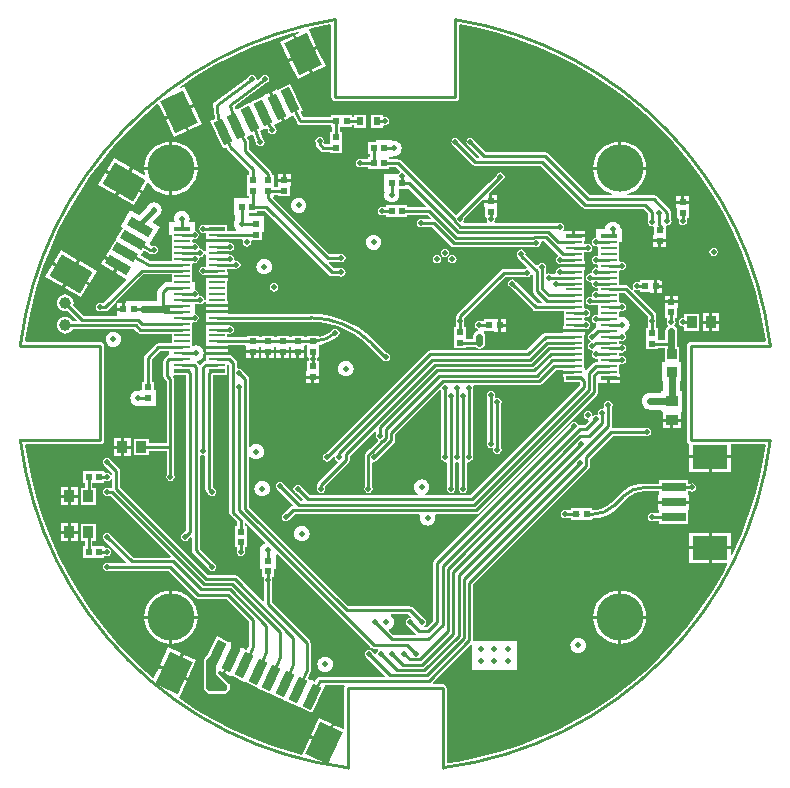
<source format=gbl>
G04*
G04 #@! TF.GenerationSoftware,Altium Limited,Altium Designer,20.0.2 (26)*
G04*
G04 Layer_Physical_Order=4*
G04 Layer_Color=16711680*
%FSLAX44Y44*%
%MOMM*%
G71*
G01*
G75*
%ADD18R,0.8890X1.0160*%
%ADD19R,0.6000X0.5000*%
%ADD22R,0.5000X0.6000*%
%ADD42R,3.0000X2.1000*%
%ADD43R,2.1000X0.8000*%
%ADD76C,0.2540*%
%ADD77C,0.6000*%
%ADD79C,1.0000*%
G04:AMPARAMS|DCode=80|XSize=4mm|YSize=4mm|CornerRadius=2mm|HoleSize=0mm|Usage=FLASHONLY|Rotation=0.000|XOffset=0mm|YOffset=0mm|HoleType=Round|Shape=RoundedRectangle|*
%AMROUNDEDRECTD80*
21,1,4.0000,0.0000,0,0,0.0*
21,1,0.0000,4.0000,0,0,0.0*
1,1,4.0000,0.0000,0.0000*
1,1,4.0000,0.0000,0.0000*
1,1,4.0000,0.0000,0.0000*
1,1,4.0000,0.0000,0.0000*
%
%ADD80ROUNDEDRECTD80*%
%ADD81C,0.5000*%
%ADD82R,0.8128X0.8128*%
G04:AMPARAMS|DCode=83|XSize=3mm|YSize=2.1mm|CornerRadius=0mm|HoleSize=0mm|Usage=FLASHONLY|Rotation=295.000|XOffset=0mm|YOffset=0mm|HoleType=Round|Shape=Rectangle|*
%AMROTATEDRECTD83*
4,1,4,-1.5856,0.9157,0.3177,1.8032,1.5856,-0.9157,-0.3177,-1.8032,-1.5856,0.9157,0.0*
%
%ADD83ROTATEDRECTD83*%

G04:AMPARAMS|DCode=84|XSize=2.1mm|YSize=0.8mm|CornerRadius=0mm|HoleSize=0mm|Usage=FLASHONLY|Rotation=295.000|XOffset=0mm|YOffset=0mm|HoleType=Round|Shape=Rectangle|*
%AMROTATEDRECTD84*
4,1,4,-0.8063,0.7826,-0.0812,1.1207,0.8063,-0.7826,0.0812,-1.1207,-0.8063,0.7826,0.0*
%
%ADD84ROTATEDRECTD84*%

%ADD85R,0.6000X0.7000*%
%ADD86R,1.3500X0.3000*%
%ADD87R,1.3500X0.2500*%
G04:AMPARAMS|DCode=88|XSize=2.1mm|YSize=0.8mm|CornerRadius=0mm|HoleSize=0mm|Usage=FLASHONLY|Rotation=65.000|XOffset=0mm|YOffset=0mm|HoleType=Round|Shape=Rectangle|*
%AMROTATEDRECTD88*
4,1,4,-0.0812,-1.1207,-0.8063,-0.7826,0.0812,1.1207,0.8063,0.7826,-0.0812,-1.1207,0.0*
%
%ADD88ROTATEDRECTD88*%

G04:AMPARAMS|DCode=89|XSize=3mm|YSize=2.1mm|CornerRadius=0mm|HoleSize=0mm|Usage=FLASHONLY|Rotation=65.000|XOffset=0mm|YOffset=0mm|HoleType=Round|Shape=Rectangle|*
%AMROTATEDRECTD89*
4,1,4,0.3177,-1.8032,-1.5856,-0.9157,-0.3177,1.8032,1.5856,0.9157,0.3177,-1.8032,0.0*
%
%ADD89ROTATEDRECTD89*%

%ADD90R,1.0160X0.8890*%
G04:AMPARAMS|DCode=91|XSize=2.1mm|YSize=0.8mm|CornerRadius=0mm|HoleSize=0mm|Usage=FLASHONLY|Rotation=330.000|XOffset=0mm|YOffset=0mm|HoleType=Round|Shape=Rectangle|*
%AMROTATEDRECTD91*
4,1,4,-1.1093,0.1786,-0.7093,0.8714,1.1093,-0.1786,0.7093,-0.8714,-1.1093,0.1786,0.0*
%
%ADD91ROTATEDRECTD91*%

G04:AMPARAMS|DCode=92|XSize=3mm|YSize=2.1mm|CornerRadius=0mm|HoleSize=0mm|Usage=FLASHONLY|Rotation=330.000|XOffset=0mm|YOffset=0mm|HoleType=Round|Shape=Rectangle|*
%AMROTATEDRECTD92*
4,1,4,-1.8240,-0.1593,-0.7740,1.6593,1.8240,0.1593,0.7740,-1.6593,-1.8240,-0.1593,0.0*
%
%ADD92ROTATEDRECTD92*%

%ADD93C,0.4000*%
G36*
X70479Y308787D02*
X87681Y304349D01*
X104608Y298954D01*
X121206Y292618D01*
X137423Y285362D01*
X153207Y277207D01*
X168509Y268181D01*
X183281Y258311D01*
X197476Y247628D01*
X211050Y236165D01*
X223960Y223960D01*
X236165Y211050D01*
X247628Y197476D01*
X258311Y183281D01*
X268181Y168509D01*
X277207Y153207D01*
X285362Y137423D01*
X292618Y121206D01*
X298954Y104608D01*
X304349Y87681D01*
X308787Y70479D01*
X312253Y53054D01*
X313489Y44293D01*
X312656Y43334D01*
X250000D01*
X248724Y43080D01*
X247642Y42358D01*
X246920Y41276D01*
X246666Y40000D01*
Y-40000D01*
X246920Y-41276D01*
X247642Y-42358D01*
X248724Y-43080D01*
X249039Y-43143D01*
Y-52739D01*
X266579D01*
X284119D01*
Y-43334D01*
X312656D01*
X313489Y-44293D01*
X312253Y-53054D01*
X308787Y-70479D01*
X304349Y-87681D01*
X298954Y-104608D01*
X292618Y-121206D01*
X285362Y-137423D01*
X285353Y-137440D01*
X284119Y-137140D01*
Y-132680D01*
X267850D01*
Y-144450D01*
X280511D01*
X281171Y-145535D01*
X277207Y-153207D01*
X268181Y-168509D01*
X258311Y-183281D01*
X247628Y-197476D01*
X236165Y-211050D01*
X223960Y-223960D01*
X211050Y-236165D01*
X197476Y-247628D01*
X183281Y-258311D01*
X168509Y-268181D01*
X153207Y-277207D01*
X137423Y-285362D01*
X121206Y-292618D01*
X104608Y-298954D01*
X87681Y-304349D01*
X70479Y-308787D01*
X53054Y-312253D01*
X44293Y-313489D01*
X43334Y-312656D01*
Y-250000D01*
X43080Y-248724D01*
X42358Y-247642D01*
X41276Y-246920D01*
X40000Y-246666D01*
X32137D01*
X31611Y-245396D01*
X63885Y-213122D01*
X65058Y-213608D01*
Y-234319D01*
X102870D01*
Y-210372D01*
X66675D01*
X66035Y-209592D01*
Y-162201D01*
X163997Y-64237D01*
X164720Y-63156D01*
X164974Y-61880D01*
Y-55800D01*
X184110Y-36665D01*
X211635D01*
X212814Y-36899D01*
X214179Y-36628D01*
X215337Y-35854D01*
X216111Y-34696D01*
X216383Y-33331D01*
X216111Y-31965D01*
X215337Y-30807D01*
X214179Y-30034D01*
X212814Y-29762D01*
X211635Y-29997D01*
X184310D01*
X183518Y-28727D01*
X183674Y-27940D01*
Y-11317D01*
X183909Y-10138D01*
X183637Y-8772D01*
X182863Y-7614D01*
X181706Y-6841D01*
X180340Y-6569D01*
X178974Y-6841D01*
X177817Y-7614D01*
X177043Y-8772D01*
X176771Y-10138D01*
X177006Y-11317D01*
Y-12455D01*
X175736Y-13434D01*
X175260Y-13340D01*
X173894Y-13612D01*
X172737Y-14385D01*
X171963Y-15543D01*
X171691Y-16908D01*
X171893Y-17922D01*
X171737Y-18201D01*
X171733Y-18207D01*
X170656Y-18872D01*
X169928Y-18727D01*
X168562Y-18999D01*
X167965Y-19398D01*
X167530Y-19274D01*
X166679Y-18747D01*
X166467Y-17684D01*
X165694Y-16527D01*
X164536Y-15753D01*
X163171Y-15481D01*
X161805Y-15753D01*
X160647Y-16527D01*
X159874Y-17684D01*
X159602Y-19050D01*
X159874Y-20416D01*
X160647Y-21573D01*
X161805Y-22347D01*
X163107Y-22606D01*
X163283Y-22872D01*
X163701Y-23808D01*
X160363Y-27146D01*
X156356D01*
X155080Y-27400D01*
X154817Y-26872D01*
X154777Y-26669D01*
X154003Y-25511D01*
X152846Y-24738D01*
X151480Y-24466D01*
X150114Y-24738D01*
X148957Y-25511D01*
X148289Y-26511D01*
X33103Y-141697D01*
X32380Y-142778D01*
X32127Y-144054D01*
Y-193050D01*
X26581Y-198596D01*
X24671D01*
X24286Y-197326D01*
X25023Y-196833D01*
X25797Y-195676D01*
X26069Y-194310D01*
X25797Y-192944D01*
X25023Y-191787D01*
X24024Y-191119D01*
X14698Y-181793D01*
X13616Y-181070D01*
X12340Y-180816D01*
X-39785D01*
X-123976Y-96625D01*
Y-54503D01*
X-122706Y-54072D01*
X-122366Y-54515D01*
X-121008Y-55557D01*
X-119427Y-56212D01*
X-117730Y-56436D01*
X-116033Y-56212D01*
X-114452Y-55557D01*
X-113094Y-54515D01*
X-112052Y-53158D01*
X-111397Y-51576D01*
X-111174Y-49879D01*
X-111397Y-48183D01*
X-112052Y-46602D01*
X-113094Y-45244D01*
X-114452Y-44202D01*
X-116033Y-43547D01*
X-117730Y-43323D01*
X-119427Y-43547D01*
X-121008Y-44202D01*
X-122366Y-45244D01*
X-122706Y-45687D01*
X-123976Y-45256D01*
Y11740D01*
X-124230Y13016D01*
X-124952Y14097D01*
X-128889Y18034D01*
X-129557Y19033D01*
X-130714Y19807D01*
X-132080Y20079D01*
X-132556Y19984D01*
X-133826Y20964D01*
Y24960D01*
X-134080Y26236D01*
X-134803Y27318D01*
X-138343Y30858D01*
X-139424Y31580D01*
X-140700Y31834D01*
X-141960D01*
Y32229D01*
X-151251D01*
X-160540D01*
Y29710D01*
X-160000D01*
Y26834D01*
X-160555D01*
X-161831Y26580D01*
X-162913Y25858D01*
X-164823Y23948D01*
X-164924Y23796D01*
X-165165Y23696D01*
X-166451Y23796D01*
X-166552Y23948D01*
X-168396Y25791D01*
X-168383Y26105D01*
X-168060Y27116D01*
X-167213Y27228D01*
X-165632Y27882D01*
X-164274Y28924D01*
X-163232Y30282D01*
X-162577Y31863D01*
X-162354Y33560D01*
X-162577Y35257D01*
X-163232Y36838D01*
X-164274Y38196D01*
X-165632Y39238D01*
X-167213Y39893D01*
X-168910Y40116D01*
X-170607Y39893D01*
X-170934Y39757D01*
X-172000Y40690D01*
Y50250D01*
Y59283D01*
X-170730Y60071D01*
X-170030Y59931D01*
X-168664Y60203D01*
X-167507Y60977D01*
X-166733Y62134D01*
X-166461Y63500D01*
X-166733Y64866D01*
X-167507Y66023D01*
X-168664Y66797D01*
X-170000Y67063D01*
Y75166D01*
X-166279D01*
X-165100Y74931D01*
X-163734Y75203D01*
X-162577Y75977D01*
X-161803Y77134D01*
X-160540Y76975D01*
Y74770D01*
X-151251D01*
X-141960D01*
Y77290D01*
X-142500D01*
Y85250D01*
Y94710D01*
X-141960D01*
Y97230D01*
X-151251D01*
X-160540D01*
Y94710D01*
X-160000D01*
Y90250D01*
Y78370D01*
X-160282Y78155D01*
X-160481Y78186D01*
X-160814Y78285D01*
X-161583Y78760D01*
X-161803Y79866D01*
X-162577Y81023D01*
X-163734Y81797D01*
X-165100Y82069D01*
X-165466Y81996D01*
X-166528Y83046D01*
X-166540Y83104D01*
X-166461Y83500D01*
X-166733Y84866D01*
X-167507Y86023D01*
X-168664Y86797D01*
X-170000Y87063D01*
Y93750D01*
X-172000D01*
Y100250D01*
Y109283D01*
X-170730Y110071D01*
X-170030Y109931D01*
X-168664Y110203D01*
X-167507Y110977D01*
X-166733Y112134D01*
X-166461Y113500D01*
X-166540Y113896D01*
X-166528Y113954D01*
X-165466Y115004D01*
X-165100Y114931D01*
X-163734Y115203D01*
X-162577Y115977D01*
X-161803Y117134D01*
X-160540Y116974D01*
Y114710D01*
X-160000D01*
Y106834D01*
X-161286D01*
X-162465Y107069D01*
X-163831Y106797D01*
X-164988Y106023D01*
X-165762Y104866D01*
X-166034Y103500D01*
X-165762Y102134D01*
X-164988Y100977D01*
X-163831Y100203D01*
X-162465Y99931D01*
X-161810Y100062D01*
X-161352Y99770D01*
X-151251D01*
X-141960D01*
Y102290D01*
X-142500D01*
Y105166D01*
X-135799D01*
X-134620Y104931D01*
X-133254Y105203D01*
X-132097Y105977D01*
X-131323Y107134D01*
X-131051Y108500D01*
X-131323Y109866D01*
X-132097Y111023D01*
X-133254Y111797D01*
X-134620Y112069D01*
X-135642Y111865D01*
X-135961Y112067D01*
X-136680Y113104D01*
X-136601Y113500D01*
X-136873Y114866D01*
X-137647Y116023D01*
X-138804Y116797D01*
X-140170Y117069D01*
X-140690Y116965D01*
X-141075Y117230D01*
X-151251D01*
Y119770D01*
X-141076D01*
X-140690Y120035D01*
X-140170Y119931D01*
X-138804Y120203D01*
X-137647Y120977D01*
X-136873Y122134D01*
X-136601Y123500D01*
X-136873Y124866D01*
X-137647Y126023D01*
X-138804Y126797D01*
X-140170Y127069D01*
X-140690Y126965D01*
X-141075Y127229D01*
X-151251D01*
X-160540D01*
Y124710D01*
X-160000D01*
Y122290D01*
X-160540D01*
Y120026D01*
X-161803Y119866D01*
X-162577Y121023D01*
X-163734Y121797D01*
X-165100Y122069D01*
X-165466Y121996D01*
X-166528Y123046D01*
X-166540Y123104D01*
X-166461Y123500D01*
X-166733Y124866D01*
X-167507Y126023D01*
X-168664Y126797D01*
X-170030Y127069D01*
X-170730Y126929D01*
X-172000Y127717D01*
Y129283D01*
X-170730Y130071D01*
X-170030Y129931D01*
X-168664Y130203D01*
X-167507Y130977D01*
X-166733Y132134D01*
X-166461Y133500D01*
X-166733Y134866D01*
X-167507Y136023D01*
X-168664Y136797D01*
X-170000Y137063D01*
Y144250D01*
X-173843D01*
X-174549Y145306D01*
X-174417Y145623D01*
X-174194Y147320D01*
X-174417Y149017D01*
X-175072Y150598D01*
X-176114Y151956D01*
X-177472Y152998D01*
X-179053Y153653D01*
X-180750Y153876D01*
X-182447Y153653D01*
X-184028Y152998D01*
X-185386Y151956D01*
X-186428Y150598D01*
X-187083Y149017D01*
X-187306Y147320D01*
X-187083Y145623D01*
X-186951Y145306D01*
X-187657Y144250D01*
X-191500D01*
Y133250D01*
X-189500D01*
Y120250D01*
Y111834D01*
X-207470D01*
X-214855Y115646D01*
X-215213Y116865D01*
X-214386Y118296D01*
X-214001Y118963D01*
X-213526Y119786D01*
X-212299Y120113D01*
X-208760Y118052D01*
X-208603Y117998D01*
X-208571Y117977D01*
X-208501Y117963D01*
X-207530Y117629D01*
X-206231Y117710D01*
X-206203Y117723D01*
X-205649D01*
X-204470Y117489D01*
X-203104Y117760D01*
X-201947Y118534D01*
X-201173Y119691D01*
X-200901Y121057D01*
X-201173Y122423D01*
X-201947Y123581D01*
X-203104Y124354D01*
X-204470Y124626D01*
X-205649Y124391D01*
X-206395D01*
X-207910Y125273D01*
X-207404Y126390D01*
X-207404Y126390D01*
X-199404Y140246D01*
X-205420Y143720D01*
X-205586Y144979D01*
X-201711Y148853D01*
X-201192Y149068D01*
X-199834Y150110D01*
X-198792Y151468D01*
X-198137Y153049D01*
X-197914Y154746D01*
X-198137Y156443D01*
X-198792Y158024D01*
X-199834Y159382D01*
X-201192Y160424D01*
X-202773Y161079D01*
X-204470Y161302D01*
X-206167Y161079D01*
X-207748Y160424D01*
X-209106Y159382D01*
X-210148Y158024D01*
X-210363Y157505D01*
X-217293Y150574D01*
X-224519Y154746D01*
X-232519Y140890D01*
X-230787Y139890D01*
X-235652Y131463D01*
X-236287Y130364D01*
X-236672Y129697D01*
X-242267Y120006D01*
X-242735Y120276D01*
X-245370Y115712D01*
X-234077Y109192D01*
X-234712Y108092D01*
X-233612Y107457D01*
X-236882Y101793D01*
X-227800Y96550D01*
X-227634Y95291D01*
X-247201Y75724D01*
X-249107D01*
X-250286Y75959D01*
X-251651Y75687D01*
X-252809Y74913D01*
X-253583Y73756D01*
X-253854Y72390D01*
X-253583Y71024D01*
X-252809Y69867D01*
X-251651Y69093D01*
X-250286Y68821D01*
X-249107Y69056D01*
X-245820D01*
X-244544Y69310D01*
X-243463Y70033D01*
X-236581Y76914D01*
X-235600Y76099D01*
Y71945D01*
X-231830D01*
Y76216D01*
X-235483D01*
X-236298Y77196D01*
X-213329Y100166D01*
X-189500D01*
Y93873D01*
X-193040D01*
X-195096Y93464D01*
X-196840Y92299D01*
X-200126Y89013D01*
X-201291Y87270D01*
X-201700Y85213D01*
Y77736D01*
X-214001D01*
X-214982Y77607D01*
X-215060Y77676D01*
Y77676D01*
X-228060D01*
Y76216D01*
X-229290D01*
Y70675D01*
X-230560D01*
Y69405D01*
X-235600D01*
Y65136D01*
X-236824Y65024D01*
X-263509D01*
X-272661Y74177D01*
X-272580Y74373D01*
X-272340Y76200D01*
X-272580Y78027D01*
X-273286Y79730D01*
X-274408Y81192D01*
X-275870Y82315D01*
X-277573Y83020D01*
X-279400Y83260D01*
X-281227Y83020D01*
X-282930Y82315D01*
X-284393Y81192D01*
X-285515Y79730D01*
X-286220Y78027D01*
X-286460Y76200D01*
X-286220Y74373D01*
X-285515Y72670D01*
X-284393Y71208D01*
X-282930Y70086D01*
X-281227Y69380D01*
X-279400Y69140D01*
X-277573Y69380D01*
X-277376Y69461D01*
X-269573Y61657D01*
X-270058Y60484D01*
X-273204D01*
X-273286Y60680D01*
X-274408Y62142D01*
X-275870Y63264D01*
X-277573Y63970D01*
X-279400Y64210D01*
X-281227Y63970D01*
X-282930Y63264D01*
X-284393Y62142D01*
X-285515Y60680D01*
X-286220Y58977D01*
X-286460Y57150D01*
X-286220Y55323D01*
X-285515Y53620D01*
X-284393Y52158D01*
X-282930Y51035D01*
X-281227Y50330D01*
X-279400Y50090D01*
X-277573Y50330D01*
X-275870Y51035D01*
X-274408Y52158D01*
X-273286Y53620D01*
X-273204Y53816D01*
X-221091D01*
X-218417Y51143D01*
X-217336Y50420D01*
X-216060Y50166D01*
X-189500D01*
Y41834D01*
X-200534D01*
X-201810Y41580D01*
X-202892Y40858D01*
X-211908Y31842D01*
X-212630Y30760D01*
X-212884Y29484D01*
Y9000D01*
X-214550D01*
Y2000D01*
X-216550D01*
Y2000D01*
X-216665Y1899D01*
X-217860Y2056D01*
X-219557Y1833D01*
X-221138Y1178D01*
X-222496Y136D01*
X-223538Y-1222D01*
X-224193Y-2803D01*
X-224416Y-4500D01*
X-224193Y-6197D01*
X-223538Y-7778D01*
X-222496Y-9136D01*
X-221138Y-10178D01*
X-219557Y-10833D01*
X-217860Y-11056D01*
X-216665Y-10899D01*
X-216550Y-11000D01*
Y-11000D01*
X-202550D01*
Y2000D01*
X-204550D01*
Y9000D01*
X-206216D01*
Y28103D01*
X-199153Y35166D01*
X-191500D01*
Y31776D01*
X-192486Y31580D01*
X-193568Y30858D01*
X-195397Y29028D01*
X-196120Y27946D01*
X-196374Y26670D01*
Y14010D01*
X-196120Y12734D01*
X-195397Y11652D01*
X-193694Y9949D01*
Y-42640D01*
X-208654D01*
Y-38894D01*
X-221544D01*
Y-53054D01*
X-208654D01*
Y-49308D01*
X-193694D01*
Y-69871D01*
X-193929Y-71050D01*
X-193657Y-72416D01*
X-192883Y-73573D01*
X-191726Y-74347D01*
X-190360Y-74619D01*
X-188994Y-74347D01*
X-187837Y-73573D01*
X-187063Y-72416D01*
X-186791Y-71050D01*
X-187026Y-69871D01*
Y-45720D01*
Y11330D01*
X-187280Y12606D01*
X-187864Y13480D01*
X-187481Y14750D01*
X-177324D01*
Y-116589D01*
X-179394Y-118659D01*
X-180393Y-119327D01*
X-181167Y-120484D01*
X-181439Y-121850D01*
X-181167Y-123216D01*
X-180393Y-124373D01*
X-179236Y-125147D01*
X-177870Y-125419D01*
X-176504Y-125147D01*
X-175347Y-124373D01*
X-174679Y-123374D01*
X-173417Y-122113D01*
X-172244Y-122598D01*
Y-133403D01*
X-171990Y-134679D01*
X-171268Y-135761D01*
X-158271Y-148757D01*
X-157603Y-149757D01*
X-156446Y-150530D01*
X-155080Y-150802D01*
X-153714Y-150530D01*
X-152557Y-149757D01*
X-151783Y-148599D01*
X-151511Y-147233D01*
X-151783Y-145868D01*
X-152557Y-144710D01*
X-153556Y-144042D01*
X-165576Y-132022D01*
Y-53158D01*
X-164306Y-52479D01*
X-163831Y-52796D01*
X-162465Y-53068D01*
X-162084Y-52992D01*
X-160814Y-54017D01*
Y-81490D01*
X-160560Y-82766D01*
X-159838Y-83848D01*
X-158271Y-85414D01*
X-157603Y-86413D01*
X-156446Y-87187D01*
X-155080Y-87459D01*
X-153714Y-87187D01*
X-152557Y-86413D01*
X-151783Y-85256D01*
X-151511Y-83890D01*
X-151783Y-82524D01*
X-152557Y-81367D01*
X-153556Y-80699D01*
X-154146Y-80109D01*
Y14750D01*
X-142500D01*
Y23572D01*
X-141348Y24073D01*
X-140494Y23391D01*
Y-101558D01*
X-140240Y-102834D01*
X-139517Y-103916D01*
X-134144Y-109289D01*
Y-112990D01*
X-135810D01*
Y-121990D01*
Y-130990D01*
X-134144D01*
Y-133371D01*
X-134379Y-134550D01*
X-134107Y-135916D01*
X-133333Y-137073D01*
X-132176Y-137847D01*
X-130810Y-138119D01*
X-129444Y-137847D01*
X-128287Y-137073D01*
X-127513Y-135916D01*
X-127241Y-134550D01*
X-127476Y-133371D01*
Y-130990D01*
X-125810D01*
Y-121990D01*
Y-112990D01*
X-127476D01*
Y-110635D01*
X-126303Y-110149D01*
X-110469Y-125983D01*
X-110767Y-127481D01*
X-111228Y-127672D01*
X-112586Y-128714D01*
X-113628Y-130072D01*
X-114283Y-131653D01*
X-114506Y-133350D01*
X-114346Y-134566D01*
X-114950Y-135836D01*
X-114950D01*
Y-148836D01*
X-112950D01*
Y-155836D01*
X-111284D01*
Y-157571D01*
X-111519Y-158750D01*
X-111284Y-159929D01*
Y-175944D01*
X-112457Y-176430D01*
X-133764Y-155122D01*
X-134846Y-154400D01*
X-136122Y-154146D01*
X-158568D01*
X-232886Y-79829D01*
Y-66250D01*
X-233140Y-64974D01*
X-233862Y-63892D01*
X-240789Y-56966D01*
X-241457Y-55967D01*
X-242614Y-55193D01*
X-243980Y-54921D01*
X-245346Y-55193D01*
X-246503Y-55967D01*
X-247277Y-57124D01*
X-247549Y-58490D01*
X-247277Y-59856D01*
X-246503Y-61013D01*
X-245504Y-61681D01*
X-239554Y-67631D01*
Y-69402D01*
X-239861Y-69517D01*
X-240824Y-69613D01*
X-241457Y-68667D01*
X-242614Y-67893D01*
X-243980Y-67621D01*
X-245000Y-67824D01*
X-246270Y-67427D01*
Y-66190D01*
X-264270D01*
Y-76190D01*
X-263104D01*
Y-80550D01*
X-266414D01*
Y-94710D01*
X-253524D01*
Y-80550D01*
X-256436D01*
Y-76190D01*
X-246270D01*
Y-74953D01*
X-245000Y-74556D01*
X-243980Y-74759D01*
X-242614Y-74487D01*
X-241457Y-73713D01*
X-240824Y-72767D01*
X-239861Y-72863D01*
X-239554Y-72978D01*
Y-80223D01*
X-239960Y-80556D01*
X-242801D01*
X-243980Y-80321D01*
X-245346Y-80593D01*
X-246503Y-81367D01*
X-247277Y-82524D01*
X-247549Y-83890D01*
X-247277Y-85256D01*
X-246503Y-86413D01*
X-245346Y-87187D01*
X-243980Y-87459D01*
X-242801Y-87224D01*
X-241341D01*
X-190222Y-138343D01*
X-190709Y-139516D01*
X-221739D01*
X-240789Y-120466D01*
X-241457Y-119467D01*
X-242614Y-118693D01*
X-243980Y-118421D01*
X-245346Y-118693D01*
X-246503Y-119467D01*
X-247277Y-120624D01*
X-247549Y-121990D01*
X-247277Y-123356D01*
X-246503Y-124513D01*
X-245504Y-125181D01*
X-227802Y-142883D01*
X-228288Y-144056D01*
X-242801D01*
X-243980Y-143821D01*
X-245346Y-144093D01*
X-246503Y-144867D01*
X-247277Y-146024D01*
X-247549Y-147390D01*
X-247277Y-148756D01*
X-246503Y-149913D01*
X-245346Y-150687D01*
X-243980Y-150959D01*
X-242801Y-150724D01*
X-191811D01*
X-169078Y-173458D01*
X-167996Y-174180D01*
X-166720Y-174434D01*
X-143145D01*
X-123984Y-193594D01*
Y-213993D01*
X-125234Y-217147D01*
X-126414Y-217616D01*
X-127342Y-217184D01*
X-128062Y-216252D01*
X-128865Y-215877D01*
X-130879Y-214939D01*
X-132556Y-217964D01*
X-134675D01*
X-138349Y-225843D01*
X-143860Y-237661D01*
X-139887Y-239514D01*
X-139084Y-239888D01*
X-137704Y-239936D01*
X-127835Y-244538D01*
X-127835Y-244538D01*
X-126684Y-245075D01*
X-116325Y-249905D01*
X-116325Y-249905D01*
X-116325Y-249905D01*
X-115174Y-250442D01*
X-104996Y-255188D01*
X-104996Y-255188D01*
X-104996Y-255188D01*
X-103845Y-255725D01*
X-94002Y-260314D01*
X-93237Y-260672D01*
X-92851Y-260851D01*
X-92851Y-260851D01*
X-81975Y-265923D01*
X-81975Y-265923D01*
X-81975Y-265923D01*
X-80824Y-266459D01*
X-70465Y-271290D01*
X-59900Y-248632D01*
X-60153Y-248514D01*
X-59872Y-247244D01*
X-43619D01*
X-42940Y-248514D01*
X-43080Y-248724D01*
X-43334Y-250000D01*
Y-283819D01*
X-44405Y-284501D01*
X-51549Y-281170D01*
X-58961Y-297066D01*
X-60112Y-296530D01*
X-60649Y-297680D01*
X-72467Y-292170D01*
X-79170Y-306544D01*
X-87681Y-304349D01*
X-104608Y-298954D01*
X-121206Y-292618D01*
X-137423Y-285362D01*
X-153207Y-277207D01*
X-168509Y-268181D01*
X-183263Y-258323D01*
X-176439Y-243687D01*
X-188257Y-238176D01*
X-200075Y-232665D01*
X-203905Y-240879D01*
X-205146Y-241152D01*
X-211050Y-236165D01*
X-223960Y-223960D01*
X-236165Y-211050D01*
X-247628Y-197476D01*
X-258311Y-183281D01*
X-268181Y-168509D01*
X-277207Y-153207D01*
X-285362Y-137423D01*
X-292618Y-121206D01*
X-298954Y-104608D01*
X-304349Y-87681D01*
X-308787Y-70479D01*
X-312253Y-53054D01*
X-313489Y-44293D01*
X-312656Y-43334D01*
X-250000D01*
X-248724Y-43080D01*
X-247642Y-42358D01*
X-246920Y-41276D01*
X-246666Y-40000D01*
Y40000D01*
X-246920Y41276D01*
X-247642Y42358D01*
X-248724Y43080D01*
X-250000Y43334D01*
X-312656D01*
X-313489Y44293D01*
X-312253Y53054D01*
X-308787Y70479D01*
X-304349Y87681D01*
X-298954Y104608D01*
X-292618Y121206D01*
X-285362Y137423D01*
X-277207Y153207D01*
X-268181Y168509D01*
X-258311Y183281D01*
X-247628Y197476D01*
X-236165Y211050D01*
X-223960Y223960D01*
X-211050Y236165D01*
X-201397Y244317D01*
X-200157Y244044D01*
X-195297Y233622D01*
X-183478Y239133D01*
X-171660Y244644D01*
X-178536Y259389D01*
X-181332Y258086D01*
X-181956Y259196D01*
X-168509Y268181D01*
X-153207Y277207D01*
X-137423Y285362D01*
X-121206Y292618D01*
X-104608Y298954D01*
X-87681Y304349D01*
X-81932Y305832D01*
X-81503Y304637D01*
X-84615Y303185D01*
X-77739Y288440D01*
X-67072Y293414D01*
X-73417Y307020D01*
X-72875Y308168D01*
X-70479Y308787D01*
X-55116Y311842D01*
X-54134Y311037D01*
Y250000D01*
X-53880Y248724D01*
X-53158Y247642D01*
X-52076Y246920D01*
X-50800Y246666D01*
X50800D01*
X52076Y246920D01*
X53158Y247642D01*
X53880Y248724D01*
X54134Y250000D01*
Y311037D01*
X55116Y311842D01*
X70479Y308787D01*
D02*
G37*
G36*
X13026Y-189551D02*
X12616Y-190480D01*
X12434Y-190755D01*
X11134Y-191013D01*
X9977Y-191787D01*
X9203Y-192944D01*
X8931Y-194310D01*
X9203Y-195676D01*
X9977Y-196833D01*
X10976Y-197501D01*
X17703Y-204228D01*
X17686Y-204483D01*
X17288Y-205498D01*
X11821D01*
X11760Y-205486D01*
X-1609D01*
X-5290Y-201805D01*
X-4992Y-200307D01*
X-4222Y-199988D01*
X-2864Y-198946D01*
X-1822Y-197588D01*
X-1167Y-196007D01*
X-944Y-194310D01*
X-1167Y-192613D01*
X-1822Y-191032D01*
X-2864Y-189674D01*
X-4063Y-188754D01*
X-4023Y-188186D01*
X-3711Y-187484D01*
X10959D01*
X13026Y-189551D01*
D02*
G37*
G36*
X-20734Y-215718D02*
X-19653Y-216440D01*
X-18377Y-216694D01*
X-14671D01*
X-14286Y-217964D01*
X-15023Y-218457D01*
X-15797Y-219614D01*
X-16055Y-220914D01*
X-16330Y-221096D01*
X-17259Y-221506D01*
X-19309Y-219456D01*
X-19977Y-218457D01*
X-21134Y-217683D01*
X-22500Y-217411D01*
X-23866Y-217683D01*
X-25023Y-218457D01*
X-25797Y-219614D01*
X-26069Y-220980D01*
X-25797Y-222346D01*
X-25023Y-223503D01*
X-24024Y-224171D01*
X-8792Y-239403D01*
X-9279Y-240576D01*
X-64025D01*
X-64565Y-240683D01*
X-65110Y-240757D01*
X-65200Y-240809D01*
X-65301Y-240830D01*
X-65759Y-241136D01*
X-66234Y-241413D01*
X-66297Y-241495D01*
X-66383Y-241553D01*
X-66689Y-242010D01*
X-67022Y-242448D01*
X-68160Y-244780D01*
X-70776Y-243561D01*
Y-243561D01*
X-71927Y-243024D01*
X-74254Y-241939D01*
X-71857Y-236243D01*
X-71855Y-236234D01*
X-71850Y-236226D01*
X-71725Y-235598D01*
X-71596Y-234969D01*
X-71598Y-234959D01*
X-71596Y-234950D01*
Y-212090D01*
X-71850Y-210814D01*
X-72572Y-209732D01*
X-104616Y-177689D01*
Y-159929D01*
X-104381Y-158750D01*
X-104616Y-157571D01*
Y-155836D01*
X-102950D01*
Y-148836D01*
X-100950D01*
Y-137298D01*
X-99680Y-136772D01*
X-20734Y-215718D01*
D02*
G37*
%LPC*%
G36*
X-86917Y302112D02*
X-97585Y297138D01*
X-90709Y282392D01*
X-80041Y287366D01*
X-86917Y302112D01*
D02*
G37*
G36*
X-65999Y291112D02*
X-76666Y286138D01*
X-69790Y271392D01*
X-59123Y276366D01*
X-65999Y291112D01*
D02*
G37*
G36*
X-78968Y285064D02*
X-89635Y280090D01*
X-82759Y265344D01*
X-72092Y270319D01*
X-78968Y285064D01*
D02*
G37*
G36*
X-110490Y268999D02*
X-111856Y268727D01*
X-113013Y267953D01*
X-113336Y267471D01*
X-116530Y265104D01*
X-117734Y265793D01*
X-117933Y266796D01*
X-118707Y267953D01*
X-119864Y268727D01*
X-121230Y268999D01*
X-122596Y268727D01*
X-123753Y267953D01*
X-124054Y267503D01*
X-153082Y246543D01*
X-153401Y246200D01*
X-153757Y245894D01*
X-153841Y245727D01*
X-153968Y245590D01*
X-154131Y245151D01*
X-154342Y244732D01*
X-154356Y244546D01*
X-154422Y244371D01*
X-154404Y243903D01*
X-154439Y243435D01*
X-153885Y238909D01*
Y238909D01*
X-152983Y231539D01*
X-156771Y229773D01*
X-146205Y207115D01*
X-143481Y208386D01*
X-142682Y206789D01*
X-142354Y206367D01*
X-142058Y205923D01*
X-123984Y187849D01*
Y184260D01*
X-125650D01*
Y175260D01*
Y166260D01*
X-123984D01*
Y164480D01*
X-136730D01*
Y150480D01*
X-135603D01*
Y146605D01*
X-135908Y146208D01*
X-136563Y144627D01*
X-136786Y142930D01*
X-136563Y141233D01*
X-135908Y139652D01*
X-134866Y138294D01*
X-134618Y138104D01*
X-135049Y136834D01*
X-142500D01*
Y142250D01*
X-160000D01*
Y142084D01*
X-161286D01*
X-162465Y142319D01*
X-163831Y142047D01*
X-164988Y141273D01*
X-165762Y140116D01*
X-166034Y138750D01*
X-165762Y137384D01*
X-164988Y136227D01*
X-163831Y135453D01*
X-162465Y135181D01*
X-161286Y135416D01*
X-160000D01*
Y132290D01*
X-160540D01*
Y129769D01*
X-151251D01*
X-141960D01*
Y130166D01*
X-129579D01*
X-128900Y128896D01*
X-129027Y128706D01*
X-129299Y127340D01*
X-129027Y125975D01*
X-128253Y124817D01*
X-127096Y124044D01*
X-125730Y123772D01*
X-124364Y124044D01*
X-123207Y124817D01*
X-122433Y125975D01*
X-122161Y127340D01*
X-122324Y128160D01*
X-121506Y129430D01*
X-113110D01*
Y136430D01*
X-111110D01*
Y149430D01*
X-123199D01*
X-123730Y150480D01*
Y152480D01*
X-116730D01*
Y154146D01*
X-110601D01*
X-56038Y99583D01*
X-54956Y98860D01*
X-53681Y98606D01*
X-46899D01*
X-45720Y98372D01*
X-44354Y98644D01*
X-43197Y99417D01*
X-42423Y100575D01*
X-42151Y101940D01*
X-42423Y103306D01*
X-43197Y104464D01*
X-44354Y105237D01*
X-45720Y105509D01*
X-46899Y105274D01*
X-52299D01*
X-56721Y109696D01*
X-56195Y110966D01*
X-46899D01*
X-45720Y110731D01*
X-44354Y111003D01*
X-43197Y111777D01*
X-42423Y112934D01*
X-42151Y114300D01*
X-42423Y115666D01*
X-43197Y116823D01*
X-44354Y117597D01*
X-45720Y117869D01*
X-46899Y117634D01*
X-55969D01*
X-103432Y165097D01*
X-102950Y166260D01*
D01*
X-102699Y167426D01*
X-98980D01*
Y166260D01*
X-88980D01*
Y174720D01*
X-88440D01*
Y178489D01*
X-93979D01*
X-99520D01*
Y174720D01*
X-100531Y174094D01*
X-102950D01*
Y184260D01*
X-104616D01*
Y185420D01*
X-104870Y186696D01*
X-105592Y187778D01*
X-123666Y205851D01*
Y212190D01*
X-123702Y212370D01*
X-123686Y212553D01*
X-123828Y213003D01*
X-123920Y213466D01*
X-124022Y213619D01*
X-124077Y213794D01*
X-125220Y215878D01*
X-124825Y217085D01*
X-123366Y217765D01*
X-122850Y218006D01*
X-121863Y218466D01*
X-120672Y218027D01*
X-117795Y211717D01*
X-117597Y210724D01*
X-116823Y209567D01*
X-115666Y208793D01*
X-114300Y208521D01*
X-112934Y208793D01*
X-111777Y209567D01*
X-111003Y210724D01*
X-110731Y212090D01*
X-111003Y213456D01*
X-111777Y214613D01*
X-111791Y214623D01*
X-115002Y221665D01*
X-113188Y222511D01*
X-112037Y223048D01*
X-111340Y223374D01*
X-109064Y224435D01*
X-108167Y222735D01*
X-108167Y222735D01*
X-107587Y221637D01*
X-107437Y220884D01*
X-106663Y219727D01*
X-105506Y218953D01*
X-104140Y218681D01*
X-102774Y218953D01*
X-101617Y219727D01*
X-100843Y220884D01*
X-100571Y222250D01*
X-100843Y223616D01*
X-101617Y224773D01*
X-101749Y224862D01*
X-102583Y226442D01*
X-102178Y227645D01*
X-102168Y227651D01*
X-100788Y227698D01*
X-96012Y229925D01*
X-101524Y241743D01*
X-107034Y253561D01*
X-111007Y251709D01*
X-111810Y251334D01*
X-112530Y250403D01*
X-121905Y246031D01*
X-123056Y245495D01*
X-123754Y245169D01*
X-133415Y240664D01*
X-134533Y240143D01*
X-135630Y240703D01*
X-135959Y242410D01*
X-129074Y247511D01*
X-109418Y262075D01*
X-109124Y262133D01*
X-107967Y262907D01*
X-107193Y264064D01*
X-106921Y265430D01*
X-107193Y266796D01*
X-107967Y267953D01*
X-109124Y268727D01*
X-110490Y268999D01*
D02*
G37*
G36*
X-88888Y261427D02*
X-99728Y256373D01*
X-99956Y256862D01*
X-104732Y254635D01*
X-99221Y242817D01*
X-93710Y230998D01*
X-88934Y233226D01*
X-89162Y233715D01*
X-86517Y234948D01*
X-83528Y228911D01*
X-83198Y228482D01*
X-82897Y228032D01*
X-82378Y227512D01*
X-81296Y226790D01*
X-80020Y226536D01*
X-54720D01*
Y224870D01*
X-53521D01*
Y220646D01*
X-55187D01*
Y210344D01*
X-59445D01*
X-60826Y211725D01*
Y212181D01*
X-60591Y213360D01*
X-60863Y214726D01*
X-61637Y215883D01*
X-62794Y216657D01*
X-64160Y216929D01*
X-65526Y216657D01*
X-66683Y215883D01*
X-67457Y214726D01*
X-67729Y213360D01*
X-67494Y212181D01*
Y210344D01*
X-67240Y209068D01*
X-66518Y207987D01*
X-63183Y204652D01*
X-62102Y203930D01*
X-60826Y203676D01*
X-55187D01*
Y202646D01*
X-45187D01*
Y211646D01*
Y220646D01*
X-46853D01*
Y224870D01*
X-36720D01*
Y226536D01*
X-34960D01*
Y224370D01*
X-24960D01*
Y235370D01*
X-34960D01*
Y233204D01*
X-36720D01*
Y234870D01*
X-54720D01*
Y233204D01*
X-78213D01*
X-80069Y236953D01*
X-79649Y238151D01*
X-78323Y238770D01*
X-88888Y261427D01*
D02*
G37*
G36*
X-10760Y235370D02*
X-20760D01*
Y224370D01*
X-10760D01*
Y225586D01*
X-9490Y226421D01*
X-8890Y226301D01*
X-7524Y226573D01*
X-6367Y227347D01*
X-5593Y228504D01*
X-5321Y229870D01*
X-5593Y231236D01*
X-6367Y232393D01*
X-7524Y233167D01*
X-8890Y233439D01*
X-9490Y233319D01*
X-10760Y234153D01*
Y235370D01*
D02*
G37*
G36*
X-170587Y242342D02*
X-181254Y237368D01*
X-174378Y222622D01*
X-163711Y227596D01*
X-170587Y242342D01*
D02*
G37*
G36*
X-183556Y236294D02*
X-194223Y231320D01*
X-187347Y216574D01*
X-176680Y221549D01*
X-183556Y236294D01*
D02*
G37*
G36*
X-2970Y214010D02*
Y214010D01*
X-15970D01*
Y212010D01*
X-22970D01*
Y202010D01*
X-21804D01*
Y199310D01*
X-22970D01*
Y197644D01*
X-28781D01*
X-29960Y197879D01*
X-31326Y197607D01*
X-32483Y196833D01*
X-33257Y195676D01*
X-33529Y194310D01*
X-33257Y192944D01*
X-32483Y191787D01*
X-31326Y191013D01*
X-29960Y190741D01*
X-28781Y190976D01*
X-22970D01*
Y189310D01*
X-4970D01*
Y190976D01*
X690D01*
X3999Y187666D01*
X3754Y186116D01*
X3247Y185777D01*
X2594Y184800D01*
X-9730D01*
Y170800D01*
X-9730D01*
X-9160Y169947D01*
X-9413Y169337D01*
X-9636Y167640D01*
X-9413Y165943D01*
X-8758Y164362D01*
X-7716Y163004D01*
X-6358Y161962D01*
X-4777Y161307D01*
X-3080Y161084D01*
X-1383Y161307D01*
X198Y161962D01*
X1556Y163004D01*
X2598Y164362D01*
X3253Y165943D01*
X3476Y167640D01*
X3253Y169337D01*
X2885Y170224D01*
X3270Y170800D01*
X3270D01*
Y172800D01*
X10270D01*
Y172800D01*
X11146Y173163D01*
X26100Y158209D01*
X25614Y157036D01*
X10270D01*
Y158701D01*
X-7730D01*
Y157036D01*
X-10283D01*
X-11461Y157270D01*
X-12827Y156998D01*
X-13985Y156225D01*
X-14758Y155067D01*
X-15030Y153701D01*
X-14758Y152336D01*
X-13985Y151178D01*
X-12827Y150405D01*
X-11461Y150133D01*
X-10283Y150367D01*
X-7730D01*
Y148701D01*
X10270D01*
Y150367D01*
X27521D01*
X29871Y148017D01*
X29385Y146844D01*
X22879D01*
X21700Y147079D01*
X20334Y146807D01*
X19177Y146033D01*
X18403Y144876D01*
X18131Y143510D01*
X18403Y142144D01*
X19177Y140987D01*
X20334Y140213D01*
X21700Y139941D01*
X22879Y140176D01*
X31292D01*
X47015Y124452D01*
X48097Y123730D01*
X49373Y123476D01*
X118201D01*
X119380Y123241D01*
X120746Y123513D01*
X121903Y124287D01*
X122677Y125444D01*
X122949Y126810D01*
X122916Y126976D01*
X123958Y128246D01*
X126138D01*
X137570Y116814D01*
X137409Y115179D01*
X137177Y115023D01*
X136403Y113866D01*
X136131Y112500D01*
X136403Y111134D01*
X137177Y109977D01*
X138334Y109203D01*
X139700Y108931D01*
X140690Y109128D01*
X141529Y108770D01*
X151250D01*
X160540D01*
Y111290D01*
X160000D01*
Y119166D01*
X161992D01*
X163171Y118931D01*
X164536Y119203D01*
X165694Y119977D01*
X166467Y121134D01*
X166739Y122500D01*
X166467Y123866D01*
X165694Y125023D01*
X164536Y125797D01*
X163171Y126069D01*
X161992Y125834D01*
X160000D01*
Y128710D01*
X160540D01*
Y131480D01*
X151250D01*
Y132750D01*
X149980D01*
Y136790D01*
X142980Y136790D01*
X142974D01*
X142974D01*
X142726Y136790D01*
X142659Y136863D01*
X142447Y137375D01*
X142163Y138060D01*
X142683Y138838D01*
X142955Y140204D01*
X142683Y141569D01*
X141910Y142727D01*
X140752Y143501D01*
X140485Y143554D01*
X140206Y143740D01*
X138930Y143994D01*
X113643D01*
X112487Y143764D01*
X84505D01*
X83826Y145034D01*
X84167Y145544D01*
X84439Y146910D01*
X84379Y147210D01*
X85354Y148480D01*
X85870D01*
Y156940D01*
X86410D01*
Y160710D01*
X75330D01*
Y156940D01*
X75870D01*
Y148480D01*
X76386D01*
X77361Y147210D01*
X77301Y146910D01*
X77573Y145544D01*
X77914Y145034D01*
X77235Y143764D01*
X58115D01*
X57828Y144174D01*
X57552Y145034D01*
X58167Y145954D01*
X58439Y147320D01*
X58375Y147640D01*
X74157Y163422D01*
X74571Y163250D01*
X79600D01*
Y167020D01*
X79414D01*
X78928Y168193D01*
X83897Y173162D01*
X90524Y179789D01*
X91523Y180457D01*
X92297Y181614D01*
X92569Y182980D01*
X92297Y184346D01*
X91523Y185503D01*
X90366Y186277D01*
X89000Y186549D01*
X87634Y186277D01*
X86477Y185503D01*
X85809Y184504D01*
X79183Y177878D01*
X52512Y151208D01*
X52181Y150711D01*
X50656Y150440D01*
X4429Y196667D01*
X3347Y197390D01*
X2071Y197644D01*
X-4970D01*
Y199310D01*
X-4183Y199872D01*
X-2970Y200010D01*
D01*
X-1700Y200511D01*
X-1270Y200454D01*
X427Y200677D01*
X2008Y201332D01*
X3366Y202374D01*
X4408Y203732D01*
X5063Y205313D01*
X5286Y207010D01*
X5063Y208707D01*
X4408Y210288D01*
X3366Y211646D01*
X2008Y212688D01*
X427Y213343D01*
X-1270Y213566D01*
X-1700Y213510D01*
X-2970Y214010D01*
D02*
G37*
G36*
X63600Y215759D02*
X62234Y215487D01*
X61077Y214713D01*
X60303Y213556D01*
X60031Y212190D01*
X60303Y210824D01*
X61077Y209667D01*
X62076Y208999D01*
X70988Y200087D01*
X70501Y198914D01*
X68891D01*
X54091Y213714D01*
X53423Y214713D01*
X52266Y215487D01*
X50900Y215759D01*
X49534Y215487D01*
X48377Y214713D01*
X47603Y213556D01*
X47331Y212190D01*
X47603Y210824D01*
X48377Y209667D01*
X49376Y208999D01*
X65153Y193222D01*
X66234Y192500D01*
X67510Y192246D01*
X123079D01*
X158392Y156932D01*
X159474Y156210D01*
X160750Y155956D01*
X210169D01*
X213836Y152289D01*
Y145959D01*
X213601Y144780D01*
X213873Y143414D01*
X214647Y142257D01*
X215804Y141483D01*
X217170Y141211D01*
X217660Y141309D01*
X218930Y140335D01*
Y133680D01*
X218390D01*
Y129911D01*
X223930D01*
X229470D01*
Y133680D01*
X228930D01*
Y138179D01*
X229140Y138494D01*
X229394Y139770D01*
X229174Y140876D01*
X229568Y141506D01*
X229836Y141793D01*
X230200Y141967D01*
X230430Y141921D01*
X231796Y142193D01*
X232953Y142967D01*
X233727Y144124D01*
X233999Y145490D01*
X233764Y146669D01*
Y152400D01*
X233510Y153676D01*
X232787Y154757D01*
X221357Y166187D01*
X220276Y166910D01*
X219000Y167164D01*
X196743D01*
X196555Y168434D01*
X198667Y169075D01*
X202583Y171168D01*
X206015Y173985D01*
X208832Y177417D01*
X210925Y181333D01*
X212214Y185581D01*
X212524Y188730D01*
X167476D01*
X167786Y185581D01*
X169075Y181333D01*
X171168Y177417D01*
X173985Y173985D01*
X177417Y171168D01*
X181333Y169075D01*
X183445Y168434D01*
X183257Y167164D01*
X164552D01*
X128698Y203018D01*
X127616Y203740D01*
X126341Y203994D01*
X76511D01*
X66791Y213714D01*
X66123Y214713D01*
X64966Y215487D01*
X63600Y215759D01*
D02*
G37*
G36*
X191270Y212524D02*
Y191270D01*
X212524D01*
X212214Y194419D01*
X210925Y198667D01*
X208832Y202583D01*
X206015Y206015D01*
X202583Y208832D01*
X198667Y210925D01*
X194419Y212214D01*
X191270Y212524D01*
D02*
G37*
G36*
X188730D02*
X185581Y212214D01*
X181333Y210925D01*
X177417Y208832D01*
X173985Y206015D01*
X171168Y202583D01*
X169075Y198667D01*
X167786Y194419D01*
X167476Y191270D01*
X188730D01*
Y212524D01*
D02*
G37*
G36*
X-188730D02*
Y191270D01*
X-167476D01*
X-167786Y194419D01*
X-169075Y198667D01*
X-171168Y202583D01*
X-173985Y206015D01*
X-177417Y208832D01*
X-181333Y210925D01*
X-185581Y212214D01*
X-188730Y212524D01*
D02*
G37*
G36*
X-191270D02*
X-194419Y212214D01*
X-198667Y210925D01*
X-202583Y208832D01*
X-206015Y206015D01*
X-208832Y202583D01*
X-210925Y198667D01*
X-212214Y194419D01*
X-212524Y191270D01*
X-191270D01*
Y212524D01*
D02*
G37*
G36*
X-88440Y184800D02*
X-92709D01*
Y181029D01*
X-88440D01*
Y184800D01*
D02*
G37*
G36*
X-95249D02*
X-99520D01*
Y181029D01*
X-95249D01*
Y184800D01*
D02*
G37*
G36*
X-238354Y198864D02*
X-244238Y188671D01*
X-230148Y180536D01*
X-224263Y190729D01*
X-238354Y198864D01*
D02*
G37*
G36*
X-245508Y186471D02*
X-251394Y176278D01*
X-237303Y168143D01*
X-231418Y178336D01*
X-245508Y186471D01*
D02*
G37*
G36*
X-167476Y188730D02*
X-188730D01*
Y167476D01*
X-185581Y167786D01*
X-181333Y169075D01*
X-177417Y171168D01*
X-173985Y173985D01*
X-171168Y177417D01*
X-169075Y181333D01*
X-167786Y185581D01*
X-167476Y188730D01*
D02*
G37*
G36*
X-222064Y189459D02*
X-227949Y179266D01*
X-213858Y171131D01*
X-210157Y177541D01*
X-208887Y177521D01*
X-208832Y177417D01*
X-206015Y173985D01*
X-202583Y171168D01*
X-198667Y169075D01*
X-194419Y167786D01*
X-191270Y167476D01*
Y188730D01*
X-212524D01*
X-212214Y185581D01*
X-212050Y185042D01*
X-213045Y184252D01*
X-222064Y189459D01*
D02*
G37*
G36*
X86410Y167020D02*
X82140D01*
Y163250D01*
X86410D01*
Y167020D01*
D02*
G37*
G36*
X248970Y166330D02*
X244700D01*
Y162560D01*
X248970D01*
Y166330D01*
D02*
G37*
G36*
X242160D02*
X237890D01*
Y162560D01*
X242160D01*
Y166330D01*
D02*
G37*
G36*
X-229219Y177066D02*
X-235104Y166873D01*
X-221013Y158738D01*
X-215128Y168931D01*
X-229219Y177066D01*
D02*
G37*
G36*
X-81860Y165196D02*
X-83557Y164973D01*
X-85138Y164318D01*
X-86496Y163276D01*
X-87538Y161918D01*
X-88193Y160337D01*
X-88416Y158640D01*
X-88193Y156943D01*
X-87538Y155362D01*
X-86496Y154004D01*
X-85138Y152962D01*
X-83557Y152307D01*
X-81860Y152084D01*
X-80163Y152307D01*
X-78582Y152962D01*
X-77224Y154004D01*
X-76182Y155362D01*
X-75527Y156943D01*
X-75304Y158640D01*
X-75527Y160337D01*
X-76182Y161918D01*
X-77224Y163276D01*
X-78582Y164318D01*
X-80163Y164973D01*
X-81860Y165196D01*
D02*
G37*
G36*
X248970Y160020D02*
X237890D01*
Y156250D01*
X238430D01*
Y147790D01*
X239718D01*
X240066Y146520D01*
X239861Y145490D01*
X240133Y144124D01*
X240907Y142967D01*
X242064Y142193D01*
X243430Y141921D01*
X244796Y142193D01*
X245953Y142967D01*
X246727Y144124D01*
X246999Y145490D01*
X246794Y146520D01*
X247142Y147790D01*
X248430D01*
Y156250D01*
X248970D01*
Y160020D01*
D02*
G37*
G36*
X152520Y136790D02*
Y134020D01*
X160540D01*
Y136790D01*
X152520D01*
D02*
G37*
G36*
X229470Y127371D02*
X225200D01*
Y123600D01*
X229470D01*
Y127371D01*
D02*
G37*
G36*
X222660D02*
X218390D01*
Y123600D01*
X222660D01*
Y127371D01*
D02*
G37*
G36*
X-18470Y133946D02*
X-20167Y133722D01*
X-21748Y133068D01*
X-23106Y132026D01*
X-24148Y130668D01*
X-24803Y129087D01*
X-25026Y127390D01*
X-24803Y125693D01*
X-24148Y124112D01*
X-23106Y122754D01*
X-21748Y121712D01*
X-20167Y121057D01*
X-18470Y120834D01*
X-16773Y121057D01*
X-15192Y121712D01*
X-13834Y122754D01*
X-12792Y124112D01*
X-12137Y125693D01*
X-11914Y127390D01*
X-12137Y129087D01*
X-12792Y130668D01*
X-13834Y132026D01*
X-15192Y133068D01*
X-16773Y133722D01*
X-18470Y133946D01*
D02*
G37*
G36*
X184150Y144986D02*
X182453Y144763D01*
X180872Y144108D01*
X179514Y143066D01*
X178472Y141708D01*
X177817Y140127D01*
X177594Y138430D01*
X177436Y138250D01*
X170000D01*
Y131166D01*
X169882Y131069D01*
X168516Y130797D01*
X167358Y130023D01*
X166585Y128866D01*
X166313Y127500D01*
X166585Y126134D01*
X167358Y124977D01*
X168516Y124203D01*
X169882Y123931D01*
X170730Y124100D01*
X172000Y123382D01*
Y116618D01*
X170730Y115900D01*
X169882Y116069D01*
X168516Y115797D01*
X167358Y115023D01*
X166585Y113866D01*
X166313Y112500D01*
X166585Y111134D01*
X167358Y109977D01*
X168516Y109203D01*
X169882Y108931D01*
X170730Y109100D01*
X172000Y108382D01*
Y106618D01*
X170730Y105900D01*
X169882Y106069D01*
X168516Y105797D01*
X167358Y105023D01*
X166585Y103866D01*
X166313Y102500D01*
X166392Y102104D01*
X166388Y102081D01*
X165315Y101008D01*
X165011Y101069D01*
X163645Y100797D01*
X162487Y100023D01*
X161714Y98866D01*
X161442Y97500D01*
X161714Y96134D01*
X162487Y94977D01*
X163645Y94203D01*
X165011Y93931D01*
X165315Y93992D01*
X166388Y92919D01*
X166392Y92896D01*
X166313Y92500D01*
X166585Y91134D01*
X167358Y89977D01*
X168516Y89203D01*
X169882Y88931D01*
X170730Y89100D01*
X172000Y88382D01*
Y86618D01*
X170730Y85900D01*
X169882Y86069D01*
X168516Y85797D01*
X167358Y85023D01*
X166585Y83866D01*
X166313Y82500D01*
X166398Y82074D01*
X166394Y82049D01*
X165321Y80977D01*
X165011Y81039D01*
X163645Y80767D01*
X162487Y79993D01*
X161714Y78836D01*
X161442Y77470D01*
X161714Y76104D01*
X162487Y74947D01*
X163645Y74173D01*
X165011Y73901D01*
X166189Y74136D01*
X172000D01*
Y66618D01*
X170730Y65900D01*
X169882Y66069D01*
X168516Y65797D01*
X167358Y65023D01*
X166585Y63866D01*
X166313Y62500D01*
X166585Y61134D01*
X167358Y59977D01*
X168516Y59203D01*
X169882Y58931D01*
X170000Y58834D01*
Y55262D01*
X169394Y54858D01*
X165228Y50691D01*
X164228Y50023D01*
X163455Y48866D01*
X163183Y47500D01*
X163455Y46134D01*
X164228Y44977D01*
X165199Y44328D01*
X165626Y42959D01*
X165228Y42561D01*
X164228Y41893D01*
X163455Y40736D01*
X163183Y39370D01*
X163455Y38004D01*
X164228Y36847D01*
X165386Y36073D01*
X166489Y35854D01*
X166941Y35024D01*
X167053Y34567D01*
X166585Y33866D01*
X166313Y32500D01*
X166585Y31134D01*
X167358Y29977D01*
X168516Y29203D01*
X169882Y28931D01*
X170730Y29100D01*
X172000Y28382D01*
Y25834D01*
X169750D01*
X168474Y25580D01*
X167392Y24857D01*
X161810Y19276D01*
X161359Y19330D01*
X160540Y19714D01*
Y21290D01*
X160000D01*
Y29250D01*
Y39250D01*
Y48710D01*
X160540D01*
Y51229D01*
X151250D01*
X141960D01*
Y50834D01*
X127157D01*
X125882Y50580D01*
X124800Y49858D01*
X110777Y35834D01*
X29490D01*
X28214Y35580D01*
X27132Y34858D01*
X-59254Y-51529D01*
X-60253Y-52197D01*
X-61027Y-53354D01*
X-61299Y-54720D01*
X-61027Y-56086D01*
X-60253Y-57243D01*
X-59096Y-58017D01*
X-57730Y-58289D01*
X-56364Y-58017D01*
X-55207Y-57243D01*
X-54539Y-56244D01*
X-52489Y-54194D01*
X-51560Y-54604D01*
X-51285Y-54787D01*
X-51027Y-56086D01*
X-50253Y-57243D01*
X-49346Y-57850D01*
X-48943Y-59243D01*
X-65087Y-75388D01*
X-65810Y-76469D01*
X-66064Y-77745D01*
Y-80101D01*
X-66298Y-81280D01*
X-66027Y-82646D01*
X-65253Y-83803D01*
X-64096Y-84577D01*
X-62730Y-84849D01*
X-61364Y-84577D01*
X-60207Y-83803D01*
X-59433Y-82646D01*
X-59161Y-81280D01*
X-59396Y-80101D01*
Y-79126D01*
X-39553Y-59283D01*
X-38830Y-58201D01*
X-38576Y-56925D01*
Y-53451D01*
X-17207Y-32083D01*
X-16034Y-32569D01*
Y-35270D01*
X-16269Y-36449D01*
X-15997Y-37815D01*
X-15223Y-38972D01*
X-14941Y-39161D01*
X-14817Y-40425D01*
X-21825Y-47433D01*
X-22063Y-47593D01*
X-25087Y-50617D01*
X-25810Y-51698D01*
X-26064Y-52974D01*
Y-80101D01*
X-26299Y-81280D01*
X-26027Y-82646D01*
X-25253Y-83803D01*
X-24096Y-84577D01*
X-22730Y-84849D01*
X-21364Y-84577D01*
X-20207Y-83803D01*
X-19433Y-82646D01*
X-19161Y-81280D01*
X-19396Y-80101D01*
Y-59227D01*
X-18126Y-58210D01*
X-17730Y-58289D01*
X-16364Y-58017D01*
X-15207Y-57243D01*
X-14539Y-56244D01*
X-1032Y-42737D01*
X-310Y-41656D01*
X-56Y-40380D01*
Y-35271D01*
X37666Y2451D01*
X38936Y1925D01*
Y-53541D01*
X38701Y-54720D01*
X38973Y-56086D01*
X39747Y-57243D01*
X40904Y-58017D01*
X42270Y-58289D01*
X42616Y-58220D01*
X43886Y-59261D01*
Y-80352D01*
X43701Y-81280D01*
X43973Y-82646D01*
X44747Y-83803D01*
X45904Y-84577D01*
X47270Y-84849D01*
X48636Y-84577D01*
X49793Y-83803D01*
X50567Y-82646D01*
X50839Y-81280D01*
X50567Y-79914D01*
X50554Y-79895D01*
Y-59194D01*
X51824Y-58200D01*
X52270Y-58289D01*
X52666Y-58210D01*
X53936Y-59227D01*
Y-80101D01*
X53701Y-81280D01*
X53973Y-82646D01*
X54747Y-83803D01*
X55904Y-84577D01*
X57270Y-84849D01*
X58636Y-84577D01*
X59793Y-83803D01*
X60567Y-82646D01*
X60839Y-81280D01*
X60604Y-80101D01*
Y-59227D01*
X61874Y-58210D01*
X62270Y-58289D01*
X63636Y-58017D01*
X64793Y-57243D01*
X65567Y-56086D01*
X65839Y-54720D01*
X65604Y-53541D01*
Y2832D01*
X65799Y3810D01*
X65527Y5176D01*
X65513Y5196D01*
X66192Y6466D01*
X121560D01*
X122836Y6720D01*
X123918Y7442D01*
X135641Y19166D01*
X141960D01*
Y18769D01*
X151250D01*
Y16229D01*
X141960D01*
Y13710D01*
X142500D01*
Y8750D01*
X156186D01*
Y5961D01*
X63389Y-86836D01*
X25539D01*
X25287Y-85566D01*
X25548Y-85458D01*
X26906Y-84416D01*
X27948Y-83058D01*
X28603Y-81477D01*
X28826Y-79780D01*
X28603Y-78083D01*
X27948Y-76502D01*
X26906Y-75144D01*
X25548Y-74102D01*
X23967Y-73447D01*
X22270Y-73224D01*
X20573Y-73447D01*
X18992Y-74102D01*
X17634Y-75144D01*
X16592Y-76502D01*
X15937Y-78083D01*
X15714Y-79780D01*
X15937Y-81477D01*
X16592Y-83058D01*
X17634Y-84416D01*
X18992Y-85458D01*
X19253Y-85566D01*
X19001Y-86836D01*
X-72459D01*
X-79539Y-79756D01*
X-80207Y-78757D01*
X-81364Y-77983D01*
X-82730Y-77711D01*
X-84096Y-77983D01*
X-85253Y-78757D01*
X-86027Y-79914D01*
X-86299Y-81280D01*
X-86027Y-82646D01*
X-85253Y-83803D01*
X-84254Y-84471D01*
X-78522Y-90203D01*
X-79008Y-91376D01*
X-80439D01*
X-94599Y-77216D01*
X-95267Y-76217D01*
X-96424Y-75443D01*
X-97790Y-75171D01*
X-99156Y-75443D01*
X-100313Y-76217D01*
X-101087Y-77374D01*
X-101359Y-78740D01*
X-101087Y-80106D01*
X-100313Y-81263D01*
X-99314Y-81931D01*
X-86519Y-94726D01*
X-87030Y-96011D01*
X-87826Y-96170D01*
X-88907Y-96892D01*
X-94234Y-102219D01*
X-95233Y-102887D01*
X-96007Y-104044D01*
X-96279Y-105410D01*
X-96007Y-106776D01*
X-95233Y-107933D01*
X-94076Y-108707D01*
X-92710Y-108979D01*
X-91344Y-108707D01*
X-90187Y-107933D01*
X-89519Y-106934D01*
X-85169Y-102584D01*
X20279D01*
X21128Y-103854D01*
X20937Y-104313D01*
X20714Y-106010D01*
X20937Y-107707D01*
X21592Y-109288D01*
X22634Y-110646D01*
X23992Y-111688D01*
X25573Y-112343D01*
X27270Y-112566D01*
X28967Y-112343D01*
X30548Y-111688D01*
X31906Y-110646D01*
X32948Y-109288D01*
X33603Y-107707D01*
X33826Y-106010D01*
X33603Y-104313D01*
X33412Y-103854D01*
X34261Y-102584D01*
X68531D01*
X69807Y-102330D01*
X70889Y-101608D01*
X170958Y-1539D01*
X171680Y-457D01*
X171934Y819D01*
Y8210D01*
X179480D01*
Y12249D01*
X180750D01*
Y13520D01*
X190040D01*
Y16290D01*
X189500D01*
Y23637D01*
X190770Y24130D01*
X191770Y23931D01*
X193136Y24203D01*
X194293Y24977D01*
X195067Y26134D01*
X195339Y27500D01*
X195067Y28866D01*
X194293Y30023D01*
X193136Y30797D01*
X191770Y31069D01*
X190770Y30870D01*
X189500Y31363D01*
Y33637D01*
X190770Y34130D01*
X191770Y33931D01*
X193136Y34203D01*
X194293Y34977D01*
X195067Y36134D01*
X195339Y37500D01*
X195067Y38866D01*
X194293Y40023D01*
X193136Y40797D01*
X191770Y41069D01*
X190770Y40870D01*
X189500Y41363D01*
Y43637D01*
X190770Y44130D01*
X191770Y43931D01*
X193136Y44203D01*
X194293Y44977D01*
X195067Y46134D01*
X195339Y47500D01*
X195067Y48866D01*
X194293Y50023D01*
X194167Y50108D01*
X194308Y51541D01*
X195048Y51847D01*
X196406Y52889D01*
X197448Y54247D01*
X198103Y55828D01*
X198326Y57525D01*
X198103Y59222D01*
X197448Y60803D01*
X196406Y62161D01*
X195048Y63203D01*
X193467Y63858D01*
X191770Y64081D01*
X190770Y63949D01*
X190557Y64000D01*
X189599Y64799D01*
X189500Y64995D01*
Y68410D01*
X190770Y69109D01*
X191660Y68931D01*
X193026Y69203D01*
X194183Y69977D01*
X194957Y71134D01*
X195229Y72500D01*
X194957Y73866D01*
X194183Y75023D01*
X193026Y75797D01*
X191660Y76069D01*
X190770Y75891D01*
X189500Y76590D01*
Y84166D01*
X194329D01*
X214096Y64399D01*
Y62139D01*
X213861Y60960D01*
X214096Y59781D01*
Y54720D01*
X212430D01*
Y45720D01*
Y36720D01*
X222430D01*
Y37886D01*
X227935D01*
Y27114D01*
X227935Y26956D01*
X227553Y25844D01*
X225935D01*
Y9716D01*
X226938D01*
Y1206D01*
X224919D01*
Y-179D01*
X215804D01*
X213977Y-419D01*
X212274Y-1125D01*
X210812Y-2247D01*
X209690Y-3709D01*
X208985Y-5412D01*
X208744Y-7239D01*
X208985Y-9066D01*
X209690Y-10769D01*
X210812Y-12231D01*
X212274Y-13354D01*
X213977Y-14059D01*
X215804Y-14299D01*
X224919D01*
Y-15684D01*
X225345D01*
X226379Y-16256D01*
X226379Y-16954D01*
Y-21971D01*
X241619D01*
Y-16954D01*
X241619Y-16256D01*
X242652Y-15684D01*
X243079D01*
Y1206D01*
X241059D01*
Y9716D01*
X242063D01*
Y25844D01*
X240444D01*
X240063Y26956D01*
X240063Y27114D01*
Y39084D01*
X238778D01*
Y52070D01*
X238390Y54021D01*
X237285Y55675D01*
X236771Y56018D01*
X236203Y57167D01*
X236500Y57610D01*
X236977Y58324D01*
X237249Y59690D01*
X237014Y60869D01*
Y63500D01*
X238680D01*
Y71960D01*
X239220D01*
Y75730D01*
X228140D01*
Y71960D01*
X228680D01*
Y63500D01*
X230346D01*
Y60869D01*
X230111Y59690D01*
X230383Y58324D01*
X231157Y57167D01*
X230589Y56018D01*
X230075Y55675D01*
X228970Y54021D01*
X228582Y52070D01*
Y44554D01*
X222430D01*
Y54720D01*
X220764D01*
Y59781D01*
X220999Y60960D01*
X220764Y62139D01*
Y65780D01*
X220510Y67056D01*
X219788Y68137D01*
X201522Y86403D01*
X202332Y87389D01*
X202586Y87220D01*
X203104Y86873D01*
X204470Y86601D01*
X205649Y86836D01*
X206900D01*
Y85170D01*
X215360D01*
Y84630D01*
X219130D01*
Y90170D01*
Y95710D01*
X215360D01*
Y95170D01*
X206900D01*
Y93504D01*
X205649D01*
X204470Y93739D01*
X203104Y93467D01*
X201947Y92693D01*
X201173Y91536D01*
X200901Y90170D01*
X201173Y88804D01*
X201520Y88286D01*
X201689Y88032D01*
X200703Y87222D01*
X198067Y89858D01*
X196986Y90580D01*
X195710Y90834D01*
X189500D01*
Y103410D01*
X190770Y104108D01*
X191660Y103931D01*
X193026Y104203D01*
X194183Y104977D01*
X194957Y106134D01*
X195229Y107500D01*
X194957Y108866D01*
X194183Y110023D01*
X193026Y110797D01*
X191660Y111069D01*
X190770Y110892D01*
X189500Y111590D01*
Y127250D01*
X191500D01*
Y138250D01*
X190864D01*
X190706Y138430D01*
X190483Y140127D01*
X189828Y141708D01*
X188786Y143066D01*
X187428Y144108D01*
X185847Y144763D01*
X184150Y144986D01*
D02*
G37*
G36*
X269430Y122949D02*
X268064Y122677D01*
X266907Y121903D01*
X266133Y120746D01*
X265861Y119380D01*
X266133Y118014D01*
X266907Y116857D01*
X268064Y116083D01*
X269430Y115811D01*
X270796Y116083D01*
X271953Y116857D01*
X272727Y118014D01*
X272999Y119380D01*
X272727Y120746D01*
X271953Y121903D01*
X270796Y122677D01*
X269430Y122949D01*
D02*
G37*
G36*
X41910Y122019D02*
X40544Y121747D01*
X39387Y120974D01*
X38613Y119816D01*
X38341Y118450D01*
X38613Y117085D01*
X39387Y115927D01*
X40544Y115154D01*
X41910Y114882D01*
X43276Y115154D01*
X44433Y115927D01*
X45207Y117085D01*
X45479Y118450D01*
X45207Y119816D01*
X44433Y120974D01*
X43276Y121747D01*
X41910Y122019D01*
D02*
G37*
G36*
X35370Y116789D02*
X34004Y116517D01*
X32847Y115743D01*
X32073Y114586D01*
X31801Y113220D01*
X32073Y111854D01*
X32847Y110697D01*
X34004Y109923D01*
X35370Y109651D01*
X36736Y109923D01*
X37893Y110697D01*
X38667Y111854D01*
X38939Y113220D01*
X38667Y114586D01*
X37893Y115743D01*
X36736Y116517D01*
X35370Y116789D01*
D02*
G37*
G36*
X48260Y116599D02*
X46894Y116327D01*
X45737Y115553D01*
X44963Y114396D01*
X44691Y113030D01*
X44963Y111664D01*
X45737Y110507D01*
X46894Y109733D01*
X48260Y109461D01*
X49626Y109733D01*
X50783Y110507D01*
X51557Y111664D01*
X51829Y113030D01*
X51557Y114396D01*
X50783Y115553D01*
X49626Y116327D01*
X48260Y116599D01*
D02*
G37*
G36*
X-246640Y113512D02*
X-249275Y108948D01*
X-239081Y103063D01*
X-236446Y107627D01*
X-246640Y113512D01*
D02*
G37*
G36*
X-283354Y120922D02*
X-289239Y110729D01*
X-275148Y102593D01*
X-269263Y112787D01*
X-283354Y120922D01*
D02*
G37*
G36*
X-111070Y113236D02*
X-112767Y113013D01*
X-114348Y112358D01*
X-115706Y111316D01*
X-116748Y109958D01*
X-117403Y108377D01*
X-117626Y106680D01*
X-117403Y104983D01*
X-116748Y103402D01*
X-115706Y102044D01*
X-114348Y101002D01*
X-112767Y100347D01*
X-111070Y100124D01*
X-109373Y100347D01*
X-107792Y101002D01*
X-106434Y102044D01*
X-105392Y103402D01*
X-104737Y104983D01*
X-104514Y106680D01*
X-104737Y108377D01*
X-105392Y109958D01*
X-106434Y111316D01*
X-107792Y112358D01*
X-109373Y113013D01*
X-111070Y113236D01*
D02*
G37*
G36*
X-267063Y111517D02*
X-272949Y101323D01*
X-258858Y93188D01*
X-252973Y103382D01*
X-267063Y111517D01*
D02*
G37*
G36*
X225440Y95710D02*
X221670D01*
Y91440D01*
X225440D01*
Y95710D01*
D02*
G37*
G36*
X-290509Y108529D02*
X-296394Y98336D01*
X-282303Y90201D01*
X-276418Y100394D01*
X-290509Y108529D01*
D02*
G37*
G36*
X-102529Y92809D02*
X-103895Y92537D01*
X-105053Y91764D01*
X-105826Y90606D01*
X-106098Y89241D01*
X-105826Y87875D01*
X-105053Y86717D01*
X-103895Y85944D01*
X-102529Y85672D01*
X-101164Y85944D01*
X-100006Y86717D01*
X-99233Y87875D01*
X-98961Y89241D01*
X-99233Y90606D01*
X-100006Y91764D01*
X-101164Y92537D01*
X-102529Y92809D01*
D02*
G37*
G36*
X225440Y88900D02*
X221670D01*
Y84630D01*
X225440D01*
Y88900D01*
D02*
G37*
G36*
X-274219Y99124D02*
X-280103Y88931D01*
X-266013Y80796D01*
X-260128Y90989D01*
X-274219Y99124D01*
D02*
G37*
G36*
X239220Y82040D02*
X234950D01*
Y78270D01*
X239220D01*
Y82040D01*
D02*
G37*
G36*
X232410D02*
X228140D01*
Y78270D01*
X232410D01*
Y82040D01*
D02*
G37*
G36*
X106680Y121437D02*
X105314Y121166D01*
X104157Y120392D01*
X103383Y119234D01*
X103111Y117869D01*
X103346Y116690D01*
Y115748D01*
X103600Y114472D01*
X104323Y113391D01*
X111334Y106379D01*
X110916Y105001D01*
X110581Y104934D01*
X91840D01*
X90564Y104680D01*
X89482Y103958D01*
X52512Y66988D01*
X51790Y65906D01*
X51536Y64630D01*
Y62139D01*
X51301Y60960D01*
X51536Y59781D01*
Y55990D01*
X49870D01*
Y46990D01*
Y37990D01*
X59870D01*
Y39156D01*
X67324D01*
X67505Y38885D01*
X69159Y37780D01*
X71110Y37392D01*
X73061Y37780D01*
X74715Y38885D01*
X75820Y40539D01*
X76208Y42490D01*
Y47500D01*
X75820Y49451D01*
X74865Y50880D01*
X75122Y51702D01*
X75428Y52150D01*
X75919Y52150D01*
X83280D01*
Y51610D01*
X87050D01*
Y57150D01*
Y62690D01*
X83280D01*
Y62150D01*
X74820D01*
Y60484D01*
X72299D01*
X71120Y60719D01*
X69754Y60447D01*
X68597Y59673D01*
X67823Y58516D01*
X67551Y57150D01*
X67823Y55784D01*
X68597Y54627D01*
X69754Y53853D01*
X70332Y53738D01*
Y52443D01*
X69159Y52210D01*
X67505Y51105D01*
X66400Y49451D01*
X66012Y47500D01*
Y45824D01*
X59870D01*
Y55990D01*
X58204D01*
Y59781D01*
X58439Y60960D01*
X58204Y62139D01*
Y63249D01*
X93221Y98266D01*
X110581D01*
X111760Y98031D01*
X113126Y98303D01*
X114283Y99077D01*
X115006Y100158D01*
X115099Y100172D01*
X116276Y99517D01*
Y86217D01*
X116530Y84941D01*
X117253Y83859D01*
X124104Y77007D01*
X123618Y75834D01*
X120441D01*
X102251Y94024D01*
X101583Y95023D01*
X100426Y95797D01*
X99060Y96069D01*
X97694Y95797D01*
X96537Y95023D01*
X95763Y93866D01*
X95491Y92500D01*
X95763Y91134D01*
X96537Y89977D01*
X97536Y89309D01*
X116702Y70142D01*
X117784Y69420D01*
X119060Y69166D01*
X142500D01*
Y56290D01*
X141960D01*
Y53769D01*
X151250D01*
X161295D01*
X161522Y53955D01*
X161640Y53931D01*
X163006Y54203D01*
X164163Y54977D01*
X164937Y56134D01*
X165209Y57500D01*
X164937Y58866D01*
X164163Y60023D01*
X163006Y60797D01*
X161640Y61069D01*
X161270Y60995D01*
X160084Y61874D01*
Y63126D01*
X161270Y64005D01*
X161640Y63931D01*
X163006Y64203D01*
X164163Y64977D01*
X164937Y66134D01*
X165209Y67500D01*
X164937Y68866D01*
X164163Y70023D01*
X163006Y70797D01*
X161640Y71069D01*
X161270Y70995D01*
X160000Y71937D01*
Y84250D01*
Y94250D01*
Y103710D01*
X160540D01*
Y106230D01*
X151250D01*
X141531D01*
X140690Y105872D01*
X139700Y106069D01*
X138334Y105797D01*
X137177Y105023D01*
X136403Y103866D01*
X136131Y102500D01*
X136210Y102104D01*
X135193Y100834D01*
X131177D01*
X129999Y101069D01*
X128754Y100821D01*
X128416Y100878D01*
X127484Y101376D01*
Y105501D01*
X127719Y106680D01*
X127447Y108046D01*
X126673Y109203D01*
X125516Y109977D01*
X124150Y110249D01*
X122784Y109977D01*
X121627Y109203D01*
X120869Y108070D01*
X120852Y108046D01*
X119482Y107661D01*
X110087Y117056D01*
X110249Y117869D01*
X109977Y119234D01*
X109203Y120392D01*
X108046Y121166D01*
X106680Y121437D01*
D02*
G37*
G36*
X-141960Y72230D02*
X-151251D01*
X-160540D01*
Y69769D01*
X-151251D01*
X-141960D01*
Y72230D01*
D02*
G37*
G36*
X274066Y67310D02*
X268351D01*
Y60959D01*
X274066D01*
Y67310D01*
D02*
G37*
G36*
X265811D02*
X260096D01*
Y60959D01*
X265811D01*
Y67310D01*
D02*
G37*
G36*
X93360Y62690D02*
X89590D01*
Y58420D01*
X93360D01*
Y62690D01*
D02*
G37*
G36*
X257524Y66770D02*
X244634D01*
Y64314D01*
X243430Y63259D01*
X242064Y62987D01*
X240907Y62213D01*
X240133Y61056D01*
X239861Y59690D01*
X240133Y58324D01*
X240907Y57167D01*
X242064Y56393D01*
X243430Y56121D01*
X244634Y55066D01*
Y52610D01*
X257524D01*
Y66770D01*
D02*
G37*
G36*
X274066Y58419D02*
X268351D01*
Y52070D01*
X274066D01*
Y58419D01*
D02*
G37*
G36*
X265811D02*
X260096D01*
Y52070D01*
X265811D01*
Y58419D01*
D02*
G37*
G36*
X93360Y55880D02*
X89590D01*
Y51610D01*
X93360D01*
Y55880D01*
D02*
G37*
G36*
X-238760Y51856D02*
X-240457Y51633D01*
X-242038Y50978D01*
X-243396Y49936D01*
X-244438Y48578D01*
X-245093Y46997D01*
X-245316Y45300D01*
X-245093Y43603D01*
X-244438Y42022D01*
X-243396Y40664D01*
X-242038Y39622D01*
X-240457Y38967D01*
X-238760Y38744D01*
X-237063Y38967D01*
X-235482Y39622D01*
X-234124Y40664D01*
X-233082Y42022D01*
X-232427Y43603D01*
X-232204Y45300D01*
X-232427Y46997D01*
X-233082Y48578D01*
X-234124Y49936D01*
X-235482Y50978D01*
X-237063Y51633D01*
X-238760Y51856D01*
D02*
G37*
G36*
X-141960Y37230D02*
X-151251D01*
X-160540D01*
Y34769D01*
X-151251D01*
X-141960D01*
Y37230D01*
D02*
G37*
G36*
X-77010Y33600D02*
X-81280D01*
Y29830D01*
X-77010D01*
Y33600D01*
D02*
G37*
G36*
X-83820D02*
X-88090D01*
Y29830D01*
X-83820D01*
Y33600D01*
D02*
G37*
G36*
X-89710D02*
X-93980D01*
Y29830D01*
X-89710D01*
Y33600D01*
D02*
G37*
G36*
X-96520D02*
X-100790D01*
Y29830D01*
X-96520D01*
Y33600D01*
D02*
G37*
G36*
X-102410D02*
X-106680D01*
Y29830D01*
X-102410D01*
Y33600D01*
D02*
G37*
G36*
X-109220D02*
X-113490D01*
Y29830D01*
X-109220D01*
Y33600D01*
D02*
G37*
G36*
X-115110D02*
X-119380D01*
Y29830D01*
X-115110D01*
Y33600D01*
D02*
G37*
G36*
X-121920D02*
X-126190D01*
Y29830D01*
X-121920D01*
Y33600D01*
D02*
G37*
G36*
X-141960Y67229D02*
X-151251D01*
X-160540D01*
Y64710D01*
X-160000D01*
Y62290D01*
X-160540D01*
Y59769D01*
X-151251D01*
X-141960D01*
Y60166D01*
X-71673D01*
X-71494Y60202D01*
X-63946Y59778D01*
X-56317Y58481D01*
X-48881Y56339D01*
X-41731Y53377D01*
X-34958Y49634D01*
X-28646Y45156D01*
X-23019Y40127D01*
X-22920Y39979D01*
X-10704Y27762D01*
X-9622Y27040D01*
X-9619Y27039D01*
X-9296Y26823D01*
X-7930Y26551D01*
X-6564Y26823D01*
X-5407Y27597D01*
X-4633Y28754D01*
X-4361Y30120D01*
X-4633Y31486D01*
X-5407Y32643D01*
X-6564Y33417D01*
X-7019Y33507D01*
X-18205Y44694D01*
X-18205Y44694D01*
X-18205Y44695D01*
X-18168Y44733D01*
X-24483Y50377D01*
X-31405Y55288D01*
X-38834Y59394D01*
X-46675Y62642D01*
X-54831Y64991D01*
X-63199Y66413D01*
X-71673Y66889D01*
Y66834D01*
X-141960D01*
Y67229D01*
D02*
G37*
G36*
X-141075Y57229D02*
X-151251D01*
X-160540D01*
Y54710D01*
X-160000D01*
Y42290D01*
X-160540D01*
Y39770D01*
X-151251D01*
X-141960D01*
Y40166D01*
X-127354D01*
X-126190Y39910D01*
Y36140D01*
X-115110D01*
Y38844D01*
X-114300Y39320D01*
X-113490Y38844D01*
Y36140D01*
X-102410D01*
Y38844D01*
X-101600Y39320D01*
X-100790Y38844D01*
Y36140D01*
X-89710D01*
Y39129D01*
X-88900Y39598D01*
X-88090Y39129D01*
Y36140D01*
X-77010D01*
Y39664D01*
X-75950Y40416D01*
X-74850Y40124D01*
Y30370D01*
X-74184D01*
X-73314Y29100D01*
X-73419Y28575D01*
X-73314Y28050D01*
X-74184Y26780D01*
X-74850D01*
Y18320D01*
X-75390D01*
Y14550D01*
X-64310D01*
Y18320D01*
X-64850D01*
Y26780D01*
X-65516D01*
X-66386Y28050D01*
X-66281Y28575D01*
X-66386Y29100D01*
X-65516Y30370D01*
X-64850D01*
Y40728D01*
X-63305Y40849D01*
X-59183Y41839D01*
X-55266Y43461D01*
X-51652Y45676D01*
X-49537Y47483D01*
X-49434Y47503D01*
X-48277Y48277D01*
X-47503Y49434D01*
X-47231Y50800D01*
X-47503Y52166D01*
X-48277Y53323D01*
X-49434Y54097D01*
X-50800Y54369D01*
X-52166Y54097D01*
X-53323Y53323D01*
X-53837Y52555D01*
X-56218Y50601D01*
X-59738Y48719D01*
X-63558Y47560D01*
X-63917Y47525D01*
X-64850Y48370D01*
Y48370D01*
X-74850D01*
Y47204D01*
X-77550D01*
Y48370D01*
X-87550D01*
Y47204D01*
X-90250D01*
Y48370D01*
X-100250D01*
Y46834D01*
X-102950D01*
Y48370D01*
X-112950D01*
Y46834D01*
X-115650D01*
Y48370D01*
X-125650D01*
Y46834D01*
X-142500D01*
Y49938D01*
X-141230Y50142D01*
X-140170Y49931D01*
X-138804Y50203D01*
X-137647Y50977D01*
X-136873Y52134D01*
X-136601Y53500D01*
X-136873Y54866D01*
X-137647Y56023D01*
X-138804Y56797D01*
X-140170Y57069D01*
X-140690Y56965D01*
X-141075Y57229D01*
D02*
G37*
G36*
X-41910Y26876D02*
X-43607Y26653D01*
X-45188Y25998D01*
X-46546Y24956D01*
X-47588Y23598D01*
X-48243Y22017D01*
X-48466Y20320D01*
X-48243Y18623D01*
X-47588Y17042D01*
X-46546Y15684D01*
X-45188Y14642D01*
X-43607Y13987D01*
X-41910Y13764D01*
X-40213Y13987D01*
X-38632Y14642D01*
X-37274Y15684D01*
X-36232Y17042D01*
X-35577Y18623D01*
X-35354Y20320D01*
X-35577Y22017D01*
X-36232Y23598D01*
X-37274Y24956D01*
X-38632Y25998D01*
X-40213Y26653D01*
X-41910Y26876D01*
D02*
G37*
G36*
X-64310Y12010D02*
X-68580D01*
Y8240D01*
X-64310D01*
Y12010D01*
D02*
G37*
G36*
X-71120D02*
X-75390D01*
Y8240D01*
X-71120D01*
Y12010D01*
D02*
G37*
G36*
X190040Y10979D02*
X182020D01*
Y8210D01*
X190040D01*
Y10979D01*
D02*
G37*
G36*
X241619Y-24511D02*
X235269D01*
Y-30226D01*
X241619D01*
Y-24511D01*
D02*
G37*
G36*
X232729D02*
X226379D01*
Y-30226D01*
X232729D01*
Y-24511D01*
D02*
G37*
G36*
X-224116Y-38354D02*
X-229831D01*
Y-44705D01*
X-224116D01*
Y-38354D01*
D02*
G37*
G36*
X-232371D02*
X-238086D01*
Y-44705D01*
X-232371D01*
Y-38354D01*
D02*
G37*
G36*
X80870Y1759D02*
X79504Y1487D01*
X78347Y713D01*
X77573Y-444D01*
X77301Y-1810D01*
X77536Y-2989D01*
Y-42001D01*
X77301Y-43180D01*
X77573Y-44546D01*
X78347Y-45703D01*
X79504Y-46477D01*
X80870Y-46749D01*
X81756Y-46572D01*
X82262Y-46775D01*
X82684Y-47153D01*
X82936Y-47534D01*
X82791Y-48260D01*
X83063Y-49626D01*
X83837Y-50783D01*
X84994Y-51557D01*
X86360Y-51829D01*
X87726Y-51557D01*
X88883Y-50783D01*
X89657Y-49626D01*
X89929Y-48260D01*
X89694Y-47081D01*
Y-8799D01*
X89929Y-7620D01*
X89657Y-6254D01*
X88883Y-5097D01*
X87726Y-4323D01*
X86360Y-4051D01*
X85474Y-4228D01*
X84204Y-3440D01*
Y-2989D01*
X84439Y-1810D01*
X84167Y-444D01*
X83393Y713D01*
X82236Y1487D01*
X80870Y1759D01*
D02*
G37*
G36*
X-224116Y-47245D02*
X-229831D01*
Y-53594D01*
X-224116D01*
Y-47245D01*
D02*
G37*
G36*
X-232371D02*
X-238086D01*
Y-53594D01*
X-232371D01*
Y-47245D01*
D02*
G37*
G36*
X284119Y-55279D02*
X267850D01*
Y-67050D01*
X284119D01*
Y-55279D01*
D02*
G37*
G36*
X265310D02*
X249039D01*
Y-67050D01*
X265310D01*
Y-55279D01*
D02*
G37*
G36*
X248079Y-74210D02*
X223079D01*
Y-76876D01*
X210981D01*
Y-76851D01*
X206482Y-77205D01*
X202094Y-78259D01*
X197925Y-79986D01*
X194077Y-82344D01*
X190646Y-85275D01*
X190663Y-85292D01*
X182882Y-93073D01*
X182799Y-93197D01*
X179562Y-95854D01*
X175740Y-97897D01*
X171592Y-99155D01*
X167750Y-99533D01*
X166480Y-98740D01*
Y-97870D01*
X148480D01*
Y-99553D01*
X144689D01*
X143510Y-99318D01*
X142144Y-99590D01*
X140987Y-100363D01*
X140213Y-101521D01*
X139941Y-102887D01*
X140213Y-104252D01*
X140987Y-105410D01*
X142144Y-106184D01*
X143510Y-106455D01*
X144689Y-106221D01*
X148480D01*
Y-107870D01*
X166480D01*
Y-107168D01*
X167279Y-106229D01*
X171778Y-105875D01*
X176166Y-104821D01*
X180335Y-103094D01*
X184183Y-100736D01*
X187614Y-97806D01*
X187597Y-97788D01*
X195378Y-90007D01*
X195461Y-89883D01*
X198698Y-87227D01*
X202520Y-85183D01*
X206668Y-83925D01*
X210835Y-83515D01*
X210981Y-83544D01*
X223079D01*
Y-86170D01*
X222539D01*
Y-91441D01*
X235579D01*
X248619D01*
Y-86170D01*
X248079D01*
Y-83544D01*
X250081D01*
X251260Y-83779D01*
X252626Y-83507D01*
X253783Y-82733D01*
X254557Y-81576D01*
X254829Y-80210D01*
X254557Y-78844D01*
X253783Y-77687D01*
X252626Y-76913D01*
X251260Y-76641D01*
X250081Y-76876D01*
X248079D01*
Y-74210D01*
D02*
G37*
G36*
X-268986Y-80010D02*
X-274702D01*
Y-86360D01*
X-268986D01*
Y-80010D01*
D02*
G37*
G36*
X-277242D02*
X-282956D01*
Y-86360D01*
X-277242D01*
Y-80010D01*
D02*
G37*
G36*
X-112730Y-74724D02*
X-114427Y-74947D01*
X-116008Y-75602D01*
X-117366Y-76644D01*
X-118408Y-78002D01*
X-119063Y-79583D01*
X-119286Y-81280D01*
X-119063Y-82977D01*
X-118408Y-84558D01*
X-117366Y-85916D01*
X-116008Y-86958D01*
X-114427Y-87613D01*
X-112730Y-87836D01*
X-111033Y-87613D01*
X-109452Y-86958D01*
X-108094Y-85916D01*
X-107052Y-84558D01*
X-106397Y-82977D01*
X-106174Y-81280D01*
X-106397Y-79583D01*
X-107052Y-78002D01*
X-108094Y-76644D01*
X-109452Y-75602D01*
X-111033Y-74947D01*
X-112730Y-74724D01*
D02*
G37*
G36*
X-268986Y-88900D02*
X-274702D01*
Y-95250D01*
X-268986D01*
Y-88900D01*
D02*
G37*
G36*
X-277242D02*
X-282956D01*
Y-95250D01*
X-277242D01*
Y-88900D01*
D02*
G37*
G36*
X248619Y-93981D02*
X235579D01*
X222539D01*
Y-99250D01*
X223079D01*
Y-101876D01*
X217370D01*
X217357Y-101879D01*
X217170Y-101841D01*
X215804Y-102113D01*
X214647Y-102887D01*
X213873Y-104044D01*
X213601Y-105410D01*
X213873Y-106776D01*
X214647Y-107933D01*
X215804Y-108707D01*
X217170Y-108979D01*
X218536Y-108707D01*
X218779Y-108544D01*
X223079D01*
Y-111210D01*
X248079D01*
Y-99250D01*
X248619D01*
Y-93981D01*
D02*
G37*
G36*
X-268986Y-110490D02*
X-274702D01*
Y-116840D01*
X-268986D01*
Y-110490D01*
D02*
G37*
G36*
X-277242D02*
X-282956D01*
Y-116840D01*
X-277242D01*
Y-110490D01*
D02*
G37*
G36*
X-268986Y-119380D02*
X-274702D01*
Y-125730D01*
X-268986D01*
Y-119380D01*
D02*
G37*
G36*
X-277242D02*
X-282956D01*
Y-125730D01*
X-277242D01*
Y-119380D01*
D02*
G37*
G36*
X-79075Y-112824D02*
X-80772Y-113047D01*
X-82353Y-113702D01*
X-83711Y-114744D01*
X-84753Y-116102D01*
X-85408Y-117683D01*
X-85631Y-119380D01*
X-85408Y-121077D01*
X-84753Y-122658D01*
X-83711Y-124016D01*
X-82353Y-125058D01*
X-80772Y-125713D01*
X-79075Y-125936D01*
X-77378Y-125713D01*
X-75797Y-125058D01*
X-74439Y-124016D01*
X-73397Y-122658D01*
X-72743Y-121077D01*
X-72519Y-119380D01*
X-72743Y-117683D01*
X-73397Y-116102D01*
X-74439Y-114744D01*
X-75797Y-113702D01*
X-77378Y-113047D01*
X-79075Y-112824D01*
D02*
G37*
G36*
X284119Y-118370D02*
X267850D01*
Y-130140D01*
X284119D01*
Y-118370D01*
D02*
G37*
G36*
X265310D02*
X249039D01*
Y-130140D01*
X265310D01*
Y-118370D01*
D02*
G37*
G36*
X-253524Y-111030D02*
X-266414D01*
Y-125190D01*
X-263104D01*
Y-129690D01*
X-264270D01*
Y-139690D01*
X-246270D01*
Y-138453D01*
X-245000Y-138056D01*
X-243980Y-138259D01*
X-242614Y-137987D01*
X-241457Y-137213D01*
X-240683Y-136056D01*
X-240411Y-134690D01*
X-240683Y-133324D01*
X-241457Y-132167D01*
X-242614Y-131393D01*
X-243980Y-131121D01*
X-245000Y-131324D01*
X-246270Y-130927D01*
Y-129690D01*
X-256436D01*
Y-125190D01*
X-253524D01*
Y-111030D01*
D02*
G37*
G36*
X265310Y-132680D02*
X249039D01*
Y-144450D01*
X265310D01*
Y-132680D01*
D02*
G37*
G36*
X191270Y-167476D02*
Y-188730D01*
X212524D01*
X212214Y-185581D01*
X210925Y-181333D01*
X208832Y-177417D01*
X206015Y-173985D01*
X202583Y-171168D01*
X198667Y-169075D01*
X194419Y-167786D01*
X191270Y-167476D01*
D02*
G37*
G36*
X188730D02*
X185581Y-167786D01*
X181333Y-169075D01*
X177417Y-171168D01*
X173985Y-173985D01*
X171168Y-177417D01*
X169075Y-181333D01*
X167786Y-185581D01*
X167476Y-188730D01*
X188730D01*
Y-167476D01*
D02*
G37*
G36*
X-188730D02*
Y-188730D01*
X-167476D01*
X-167786Y-185581D01*
X-169075Y-181333D01*
X-171168Y-177417D01*
X-173985Y-173985D01*
X-177417Y-171168D01*
X-181333Y-169075D01*
X-185581Y-167786D01*
X-188730Y-167476D01*
D02*
G37*
G36*
X-191270D02*
X-194419Y-167786D01*
X-198667Y-169075D01*
X-202583Y-171168D01*
X-206015Y-173985D01*
X-208832Y-177417D01*
X-210925Y-181333D01*
X-212214Y-185581D01*
X-212524Y-188730D01*
X-191270D01*
Y-167476D01*
D02*
G37*
G36*
X212524Y-191270D02*
X191270D01*
Y-212524D01*
X194419Y-212214D01*
X198667Y-210925D01*
X202583Y-208832D01*
X206015Y-206015D01*
X208832Y-202583D01*
X210925Y-198667D01*
X212214Y-194419D01*
X212524Y-191270D01*
D02*
G37*
G36*
X188730D02*
X167476D01*
X167786Y-194419D01*
X169075Y-198667D01*
X171168Y-202583D01*
X173985Y-206015D01*
X177417Y-208832D01*
X181333Y-210925D01*
X185581Y-212214D01*
X188730Y-212524D01*
Y-191270D01*
D02*
G37*
G36*
X-167476D02*
X-188730D01*
Y-212524D01*
X-185581Y-212214D01*
X-181333Y-210925D01*
X-177417Y-208832D01*
X-173985Y-206015D01*
X-171168Y-202583D01*
X-169075Y-198667D01*
X-167786Y-194419D01*
X-167476Y-191270D01*
D02*
G37*
G36*
X-191270D02*
X-212524D01*
X-212214Y-194419D01*
X-210925Y-198667D01*
X-208832Y-202583D01*
X-206015Y-206015D01*
X-202583Y-208832D01*
X-198667Y-210925D01*
X-194419Y-212214D01*
X-191270Y-212524D01*
Y-191270D01*
D02*
G37*
G36*
X154777Y-207334D02*
X153080Y-207557D01*
X151499Y-208212D01*
X150141Y-209254D01*
X149099Y-210612D01*
X148444Y-212193D01*
X148221Y-213890D01*
X148444Y-215586D01*
X149099Y-217168D01*
X150141Y-218525D01*
X151499Y-219567D01*
X153080Y-220222D01*
X154777Y-220446D01*
X156474Y-220222D01*
X158055Y-219567D01*
X159413Y-218525D01*
X160455Y-217168D01*
X161110Y-215586D01*
X161333Y-213890D01*
X161110Y-212193D01*
X160455Y-210612D01*
X159413Y-209254D01*
X158055Y-208212D01*
X156474Y-207557D01*
X154777Y-207334D01*
D02*
G37*
G36*
X-192126Y-215618D02*
X-199002Y-230363D01*
X-188335Y-235337D01*
X-181459Y-220592D01*
X-192126Y-215618D01*
D02*
G37*
G36*
X-151165Y-206075D02*
X-158371Y-221527D01*
X-161462Y-224618D01*
X-161904Y-225280D01*
X-162059Y-226060D01*
X-162059Y-250190D01*
X-161904Y-250970D01*
X-161462Y-251632D01*
X-161462Y-251632D01*
X-158922Y-254172D01*
X-158260Y-254614D01*
X-157480Y-254769D01*
X-144465Y-254769D01*
X-144465Y-254769D01*
X-143685Y-254614D01*
X-143023Y-254172D01*
X-143023Y-254172D01*
X-140798Y-251947D01*
X-140356Y-251285D01*
X-140201Y-250505D01*
X-140201Y-247736D01*
X-140201Y-247735D01*
X-140356Y-246955D01*
X-140798Y-246293D01*
X-140798Y-246293D01*
X-149744Y-237348D01*
X-149744Y-236099D01*
X-148673Y-235417D01*
X-146162Y-236588D01*
X-140651Y-224770D01*
X-137477Y-217964D01*
X-139084D01*
Y-211112D01*
X-139916Y-210724D01*
X-139916Y-210724D01*
X-139916Y-210724D01*
X-141295Y-210677D01*
X-151165Y-206075D01*
D02*
G37*
G36*
X-179157Y-221665D02*
X-186033Y-236411D01*
X-175365Y-241385D01*
X-168489Y-226640D01*
X-179157Y-221665D01*
D02*
G37*
G36*
X-64518Y-275122D02*
X-71394Y-289868D01*
X-60727Y-294842D01*
X-53851Y-280096D01*
X-64518Y-275122D01*
D02*
G37*
%LPD*%
G36*
X-147860Y-222250D02*
X-151783Y-226173D01*
X-151783Y-238193D01*
X-142240Y-247735D01*
X-142240Y-250505D01*
X-144465Y-252730D01*
X-157480Y-252730D01*
X-160020Y-250190D01*
X-160020Y-226060D01*
X-150431Y-216471D01*
X-147860Y-222250D01*
D02*
G37*
%LPC*%
G36*
X-59433Y-223314D02*
X-61130Y-223537D01*
X-62711Y-224192D01*
X-64069Y-225234D01*
X-65111Y-226592D01*
X-65766Y-228173D01*
X-65989Y-229870D01*
X-65766Y-231567D01*
X-65111Y-233148D01*
X-64069Y-234506D01*
X-62711Y-235548D01*
X-61130Y-236203D01*
X-59433Y-236426D01*
X-57736Y-236203D01*
X-56155Y-235548D01*
X-54797Y-234506D01*
X-53755Y-233148D01*
X-53100Y-231567D01*
X-52877Y-229870D01*
X-53100Y-228173D01*
X-53755Y-226592D01*
X-54797Y-225234D01*
X-56155Y-224192D01*
X-57736Y-223537D01*
X-59433Y-223314D01*
D02*
G37*
%LPD*%
D18*
X267081Y59690D02*
D03*
X251079D02*
D03*
X-275971Y-87630D02*
D03*
X-259969D02*
D03*
X-275971Y-118110D02*
D03*
X-259969D02*
D03*
X-231101Y-45974D02*
D03*
X-215099D02*
D03*
D19*
X-82550Y43870D02*
D03*
Y34870D02*
D03*
X-69850D02*
D03*
Y43870D02*
D03*
Y22280D02*
D03*
Y13280D02*
D03*
X-95250Y43870D02*
D03*
Y34870D02*
D03*
X-107950Y43870D02*
D03*
Y34870D02*
D03*
X-120650Y43870D02*
D03*
Y34870D02*
D03*
X-93980Y179760D02*
D03*
Y170760D02*
D03*
X223930Y137640D02*
D03*
Y128640D02*
D03*
X-118110Y142930D02*
D03*
Y133930D02*
D03*
X217430Y50220D02*
D03*
Y41220D02*
D03*
X233680Y68000D02*
D03*
Y77000D02*
D03*
X80870Y152980D02*
D03*
Y161980D02*
D03*
X-107950Y-151336D02*
D03*
Y-142336D02*
D03*
Y179760D02*
D03*
Y170760D02*
D03*
X-120650Y179760D02*
D03*
Y170760D02*
D03*
X-50187Y207146D02*
D03*
Y216146D02*
D03*
X243430Y161290D02*
D03*
Y152290D02*
D03*
X54870Y42490D02*
D03*
Y51490D02*
D03*
X-209550Y4500D02*
D03*
Y-4500D02*
D03*
X-130810Y-126490D02*
D03*
Y-117490D02*
D03*
D22*
X161980Y-102870D02*
D03*
X152980D02*
D03*
X-221560Y70676D02*
D03*
X-230560D02*
D03*
X88320Y57150D02*
D03*
X79320D02*
D03*
X211400Y90170D02*
D03*
X220400D02*
D03*
X-18470Y207010D02*
D03*
X-9470D02*
D03*
X-3230Y177800D02*
D03*
X5770D02*
D03*
X-130230Y157480D02*
D03*
X-121230D02*
D03*
X-41220Y229870D02*
D03*
X-50220D02*
D03*
X-250770Y-134690D02*
D03*
X-259770D02*
D03*
X-250770Y-71190D02*
D03*
X-259770D02*
D03*
X-9470Y194310D02*
D03*
X-18470D02*
D03*
X5770Y153701D02*
D03*
X-3230D02*
D03*
D42*
X266579Y-54010D02*
D03*
Y-131410D02*
D03*
D43*
X235579Y-105210D02*
D03*
Y-92710D02*
D03*
Y-80210D02*
D03*
D76*
X-67530Y43870D02*
G03*
X-50800Y50800I0J23661D01*
G01*
X-20563Y42336D02*
G03*
X-71673Y63500I-51110J-51135D01*
G01*
X210981Y-80210D02*
G03*
X193020Y-87649I0J-25400D01*
G01*
X167279Y-102870D02*
G03*
X185239Y-95431I0J25400D01*
G01*
X180750Y72500D02*
X191660D01*
X-214710Y103500D02*
X-180750D01*
X-245820Y72390D02*
X-214710Y103500D01*
X-3230Y177800D02*
X-3155Y177725D01*
Y167715D02*
Y177725D01*
Y167715D02*
X-3080Y167640D01*
X-130810Y-117490D02*
Y-107908D01*
X-137160Y-101558D02*
X-130810Y-107908D01*
X-137160Y-101558D02*
Y24960D01*
X-127310Y-98006D02*
Y11740D01*
X-132230Y-99507D02*
Y4534D01*
X-41166Y-184150D02*
X12340D01*
X-127310Y-98006D02*
X-41166Y-184150D01*
X-18377Y-213360D02*
X9880D01*
X-132230Y-99507D02*
X-18377Y-213360D01*
X40001Y-146836D02*
X156356Y-30480D01*
X161744D01*
X169928Y-22296D01*
X44541Y-148991D02*
X156701Y-36830D01*
X175260Y-25851D02*
Y-16908D01*
X156701Y-36830D02*
X164281D01*
X175260Y-25851D01*
X161640Y-54419D02*
X182729Y-33331D01*
X212814D01*
X184150Y132750D02*
Y138430D01*
X217430Y41220D02*
X233680D01*
X-89043Y247563D02*
X-80540Y230390D01*
X-80020Y229870D01*
X-50220D01*
X-95250Y43870D02*
X-67530D01*
X53621Y-154660D02*
X180340Y-27940D01*
Y-10138D01*
X-151250Y63500D02*
X-71673D01*
X210981Y-80210D02*
X235579D01*
X185239Y-95431D02*
X193020Y-87649D01*
X161980Y-102870D02*
X167279D01*
X-8346Y30120D02*
X-7930D01*
X-20563Y42336D02*
X-8346Y30120D01*
X-69850Y28575D02*
Y34870D01*
Y22280D02*
Y28575D01*
X-151250Y43500D02*
X-95250D01*
X161640Y-61880D02*
Y-54419D01*
X62701Y-160819D02*
X161640Y-61880D01*
X58161Y-157739D02*
X156210Y-59690D01*
X35461Y-144054D02*
X151480Y-28035D01*
X49081Y-151648D02*
X157480Y-43249D01*
X49081Y-203950D02*
Y-151648D01*
X44541Y-202069D02*
Y-148991D01*
X40001Y-196311D02*
Y-146836D01*
X35461Y-194431D02*
Y-144054D01*
X217170Y-105410D02*
X217370Y-105210D01*
X235579D01*
X-151250Y53500D02*
X-140170D01*
X-132080Y16510D02*
X-127310Y11740D01*
X153867Y-102887D02*
X154464Y-102290D01*
X143510Y-102887D02*
X153867D01*
X47220Y-81230D02*
Y-2540D01*
X42270Y-54720D02*
Y3810D01*
X52270Y-54720D02*
Y3810D01*
X40300Y9800D02*
X121560D01*
X37341Y14340D02*
X119679D01*
X35461Y18880D02*
X117799D01*
X33580Y23420D02*
X115919D01*
X31370Y27960D02*
X114038D01*
X29490Y32500D02*
X112157D01*
X62230Y3810D02*
X62270Y3770D01*
X57270Y-81280D02*
Y-2540D01*
X62270Y-54720D02*
Y3770D01*
X80870Y-43180D02*
Y-1810D01*
X235579Y-80210D02*
X251260D01*
X-221560Y70676D02*
X-214001D01*
X-250286Y72390D02*
X-245820D01*
X12340Y-184150D02*
X22500Y-194310D01*
X-107950Y-158750D02*
Y-151336D01*
Y-179070D02*
Y-158750D01*
X-74930Y-234950D02*
Y-212090D01*
X-107950Y-179070D02*
X-74930Y-212090D01*
X-107950Y-142336D02*
Y-133350D01*
X-130810Y-134550D02*
Y-126490D01*
X-107950Y170760D02*
X-93980D01*
X91840Y101600D02*
X111760D01*
X54870Y64630D02*
X91840Y101600D01*
X54870Y60960D02*
Y64630D01*
X135890Y92500D02*
X151250D01*
Y67500D02*
X161640D01*
X165011Y77470D02*
X180720D01*
X169882Y82500D02*
X180750D01*
X151250Y57500D02*
X161640D01*
X165011Y97500D02*
X180750D01*
X169882Y92500D02*
X180750D01*
X62701Y-209592D02*
Y-160819D01*
X58161Y-207711D02*
Y-157739D01*
X-64025Y-243910D02*
X28382D01*
X62701Y-209592D01*
X-4110Y-239370D02*
X26502D01*
X58161Y-207711D01*
X53621Y-205830D02*
Y-154660D01*
X1350Y-234830D02*
X24621D01*
X53621Y-205830D01*
X22740Y-230290D02*
X49081Y-203950D01*
X6810Y-230290D02*
X22740D01*
X20860Y-225750D02*
X44541Y-202069D01*
X12270Y-225750D02*
X20860D01*
X27480Y-208832D02*
X40001Y-196311D01*
X11773Y-208832D02*
X27480D01*
X27961Y-201930D02*
X35461Y-194431D01*
X20120Y-201930D02*
X27961D01*
X11760Y-208820D02*
X11773Y-208832D01*
X-2990Y-208820D02*
X11760D01*
X-17500Y-194310D02*
X-2990Y-208820D01*
X-190430Y-147390D02*
X-166720Y-171100D01*
X-141763D02*
X-120650Y-192213D01*
X-166720Y-171100D02*
X-141763D01*
X-139883Y-166560D02*
X-109220Y-197223D01*
X-188549Y-142850D02*
X-164839Y-166560D01*
X-139883D01*
X-138002Y-162020D02*
X-97790Y-202232D01*
X-161830Y-162020D02*
X-138002D01*
X-239960Y-83890D02*
X-161830Y-162020D01*
X-136122Y-157480D02*
X-86360Y-207242D01*
X-159950Y-157480D02*
X-136122D01*
X-236220Y-81209D02*
X-159950Y-157480D01*
X-120650Y-214630D02*
Y-192213D01*
X-109220Y-219710D02*
Y-197223D01*
X-97790Y-223520D02*
Y-202232D01*
X-86360Y-229870D02*
Y-207242D01*
X-123136Y-220905D02*
X-120650Y-214630D01*
X-127990Y-230674D02*
X-123136Y-220905D01*
X-66246Y-248461D02*
X-64025Y-243910D01*
X-70620Y-257425D02*
X-66246Y-248461D01*
X-79545Y-245915D02*
X-74930Y-234950D01*
X-80335Y-247791D02*
X-79545Y-245915D01*
X-82131Y-252058D02*
X-80335Y-247791D01*
X-91061Y-240731D02*
X-86360Y-229870D01*
X-91845Y-242542D02*
X-91061Y-240731D01*
X-93641Y-246691D02*
X-91845Y-242542D01*
X-105151Y-241324D02*
X-97790Y-223520D01*
X-114302Y-231142D02*
X-109220Y-219710D01*
X-114684Y-232001D02*
X-114302Y-231142D01*
X-116480Y-236041D02*
X-114684Y-232001D01*
X-207295Y121057D02*
X-207082Y120933D01*
X-222212Y129743D02*
X-207295Y121057D01*
X-204470D01*
X-180690Y33560D02*
X-168910D01*
X-180750Y33500D02*
X-180690Y33560D01*
X-217860Y-4500D02*
X-209550D01*
X-200534Y38500D02*
X-180750D01*
X-209550Y29484D02*
X-200534Y38500D01*
X-209550Y4500D02*
Y29484D01*
X-193040Y88500D02*
X-180750D01*
X-196327Y72985D02*
Y85213D01*
X-193040Y88500D01*
X-195811Y73500D02*
X-180750D01*
X-196046Y68500D02*
X-180750D01*
Y63500D02*
X-170030D01*
X180750Y132750D02*
X184150D01*
X180750Y57500D02*
X191745D01*
X191770Y57525D01*
X71120Y57150D02*
X79320D01*
X54870Y42490D02*
X71110D01*
X119610Y86217D02*
Y102818D01*
X106680Y115748D02*
X119610Y102818D01*
X106680Y115748D02*
Y117869D01*
X119610Y86217D02*
X128327Y77500D01*
X151250D01*
X-50323Y207010D02*
X-50187Y207146D01*
X-60826Y207010D02*
X-50323D01*
X-64160Y210344D02*
X-60826Y207010D01*
X-64160Y210344D02*
Y213360D01*
X-50220Y229870D02*
X-50187Y229837D01*
Y216146D02*
Y229837D01*
X-130230Y142930D02*
Y157480D01*
Y142930D02*
X-118110D01*
X-208280Y108500D02*
X-180750D01*
X-223905Y116565D02*
X-208280Y108500D01*
X-228462Y118917D02*
X-223905Y116565D01*
X-14720Y229870D02*
X-8890D01*
X-9470Y207010D02*
X-1270D01*
X-111882Y236913D02*
X-106680Y227060D01*
X-105218Y224292D01*
X-104140Y222250D01*
X-116874Y217734D02*
X-114300Y212090D01*
X-123211Y231630D02*
X-119624Y223764D01*
X-118110Y220445D01*
X-116874Y217734D01*
X-127000Y204470D02*
X-107950Y185420D01*
X-127000Y204470D02*
Y212190D01*
X-134721Y226263D02*
X-127000Y212190D01*
X-146050Y220980D02*
X-140970Y210820D01*
X-139700Y208280D01*
X-137795Y234315D02*
X-134721Y231241D01*
X-139629Y243840D02*
X-137795Y234315D01*
X-131059Y250190D02*
X-110490Y265430D01*
X-139629Y243840D02*
X-131059Y250190D01*
X-148650Y223580D02*
X-146050Y220980D01*
X-151130Y243840D02*
X-150576Y239314D01*
X-148650Y223580D01*
X-151130Y243840D02*
X-121230Y265430D01*
X86360Y-48260D02*
Y-7620D01*
X-41910Y-52070D02*
X33580Y23420D01*
X-41910Y-56925D02*
Y-52070D01*
X-62730Y-77745D02*
X-41910Y-56925D01*
X-3390Y-40380D02*
Y-33890D01*
X40300Y9800D01*
X-7930Y-30931D02*
X37341Y14340D01*
X-12700Y-29281D02*
X35461Y18880D01*
X-47730Y-51140D02*
X31370Y27960D01*
X-57730Y-54720D02*
X29490Y32500D01*
X-17730Y-54720D02*
X-3390Y-40380D01*
X-7930Y-38425D02*
Y-30931D01*
X-12700Y-36449D02*
Y-29281D01*
X-47730Y-54720D02*
Y-51140D01*
X-22730Y-52974D02*
X-19706Y-49950D01*
X-10724Y-41219D02*
X-7930Y-38425D01*
X-10896Y-41219D02*
X-10724D01*
X-19627Y-49950D02*
X-10896Y-41219D01*
X-19706Y-49950D02*
X-19627D01*
X-22730Y-81280D02*
Y-52974D01*
X9880Y-213360D02*
X17500Y-220980D01*
X-223120Y-142850D02*
X-188549D01*
X-12500Y-220980D02*
X1350Y-234830D01*
X-2500Y-220980D02*
X6810Y-230290D01*
X7500Y-220980D02*
X12270Y-225750D01*
X68531Y-99250D02*
X168600Y819D01*
X66651Y-94710D02*
X164060Y2700D01*
X64770Y-90170D02*
X159520Y4580D01*
X12500Y-194310D02*
X20120Y-201930D01*
X67510Y195580D02*
X124460D01*
X50900Y212190D02*
X67510Y195580D01*
X-41220Y229870D02*
X-29960D01*
X11224Y177800D02*
X53134Y135890D01*
X5770Y177800D02*
X11224D01*
X5770D02*
Y183254D01*
X-9470Y194310D02*
X2071D01*
X-29960D02*
X-18470D01*
Y207010D01*
X2071Y194310D02*
X50100Y146281D01*
X21700Y143510D02*
X32673D01*
X49373Y126810D02*
X119380D01*
X32673Y143510D02*
X49373Y126810D01*
X28902Y153701D02*
X51253Y131350D01*
X5770Y153701D02*
X28902D01*
X-11461D02*
X-3230D01*
X-190360Y-45720D02*
Y11330D01*
Y-71050D02*
Y-45720D01*
X-190614Y-45974D02*
X-190360Y-45720D01*
X-215099Y-45974D02*
X-190614D01*
X-193040Y14010D02*
X-190360Y11330D01*
X-157480Y-81490D02*
Y16510D01*
Y-81490D02*
X-155080Y-83890D01*
X-243980Y-121990D02*
X-223120Y-142850D01*
X-243980Y-147390D02*
X-190430D01*
X-250770Y-134690D02*
X-243980D01*
X-243910D01*
X-250770Y-71190D02*
X-243980D01*
Y-83890D02*
X-239960D01*
X-236220Y-81209D02*
Y-66250D01*
X-243980Y-58490D02*
X-236220Y-66250D01*
X-134721Y226263D02*
Y231241D01*
X-22500Y-220980D02*
X-4110Y-239370D01*
X-162465Y103500D02*
X-151250D01*
X-107950Y164900D02*
X-57350Y114300D01*
X-45720D01*
X-109220Y157480D02*
X-53681Y101940D01*
X-45720D01*
X-180750Y138750D02*
Y147320D01*
X-151250Y108500D02*
X-134620D01*
X-151250Y113500D02*
X-140170D01*
X-162465Y138750D02*
X-151250D01*
Y123500D02*
X-140170D01*
X-180750Y83500D02*
X-170030D01*
X-180750Y78500D02*
X-165100D01*
X-151250Y133500D02*
X-118540D01*
X-118110Y133930D01*
X54870Y147320D02*
Y148850D01*
X50100Y145344D02*
X55014Y140430D01*
X50100Y145344D02*
Y146281D01*
X54870Y148850D02*
X81540Y175520D01*
X55014Y140430D02*
X113413D01*
X53134Y135890D02*
X115294D01*
X51253Y131350D02*
X117174D01*
X-180750Y133500D02*
X-170030D01*
X-180750Y118500D02*
X-165100D01*
X-180750Y123500D02*
X-170030D01*
X-180750Y113500D02*
X-170030D01*
X-191210Y28500D02*
X-180750D01*
X-193040Y26670D02*
X-191210Y28500D01*
X-193040Y14010D02*
Y26670D01*
X233680Y59690D02*
Y68580D01*
X139700Y112500D02*
X151250D01*
Y122500D02*
X163171D01*
X169882Y127500D02*
X180750D01*
X124150Y88097D02*
Y106680D01*
Y88097D02*
X129747Y82500D01*
X119060Y72500D02*
X151250D01*
X99060Y92500D02*
X119060Y72500D01*
X169882Y62500D02*
X180750D01*
X138930Y140660D02*
X139386Y140204D01*
X129400Y136120D02*
X138020Y127500D01*
X127520Y131580D02*
X141600Y117500D01*
X117404Y131580D02*
X127520D01*
X115524Y136120D02*
X129400D01*
X113643Y140660D02*
X138930D01*
X113413Y140430D02*
X113643Y140660D01*
X115294Y135890D02*
X115524Y136120D01*
X117174Y131350D02*
X117404Y131580D01*
X191660Y107500D02*
X191770D01*
X180750D02*
X191660D01*
X166752Y47500D02*
X171752Y52500D01*
X169882Y42500D02*
X180750D01*
X166752Y39370D02*
X169882Y42500D01*
X139700Y102500D02*
X151250D01*
X129999Y97500D02*
X151250D01*
X169882Y102500D02*
X180750D01*
X168600Y819D02*
Y14930D01*
X-86550Y-99250D02*
X68531D01*
X164060Y2700D02*
Y16811D01*
X169750Y22500D01*
X-81820Y-94710D02*
X66651D01*
X159520Y4580D02*
Y10160D01*
X-73840Y-90170D02*
X64770D01*
X129747Y82500D02*
X151250D01*
X217170Y144780D02*
Y153150D01*
X217430Y153410D01*
X223520Y142310D02*
Y152400D01*
Y142310D02*
X226060Y139770D01*
X223930Y137640D02*
X226060Y139770D01*
X230430Y145490D02*
Y152400D01*
X211550Y159290D02*
X217430Y153410D01*
X169882Y112500D02*
X180750D01*
X138020Y127500D02*
X151250D01*
X141600Y117500D02*
X151250D01*
X54610Y51490D02*
X54870Y51750D01*
Y60960D01*
X217430Y50220D02*
Y60960D01*
Y65780D01*
X195710Y87500D02*
X217430Y65780D01*
X180750Y87500D02*
X195710D01*
X204470Y90170D02*
X211400D01*
X47220Y-81230D02*
X47270Y-81280D01*
X121560Y9800D02*
X134260Y22500D01*
X119679Y14340D02*
X132839Y27500D01*
X117799Y18880D02*
X131419Y32500D01*
X115919Y23420D02*
X129999Y37500D01*
X114038Y27960D02*
X128578Y42500D01*
X112157Y32500D02*
X127157Y47500D01*
X-62730Y-81280D02*
Y-77745D01*
X-97790Y-78740D02*
X-81820Y-94710D01*
X-92710Y-105410D02*
X-86550Y-99250D01*
X-82730Y-81280D02*
X-73840Y-90170D01*
X171752Y52500D02*
X180750D01*
X169882Y32500D02*
X180750D01*
Y47500D02*
X191770D01*
X180750Y37500D02*
X191770D01*
X180750Y27500D02*
X191770D01*
X127157Y47500D02*
X151250D01*
X128578Y42500D02*
X151250D01*
X129999Y37500D02*
X151250D01*
X131419Y32500D02*
X151250D01*
X132839Y27500D02*
X151250D01*
X134260Y22500D02*
X151250D01*
Y12250D02*
X157430D01*
X159520Y10160D01*
X-140700Y28500D02*
X-137160Y24960D01*
X-151250Y28500D02*
X-140700D01*
X-168910Y-133403D02*
X-155080Y-147233D01*
X-264890Y61690D02*
X-217829D01*
X-214639Y58500D01*
X-279400Y76200D02*
X-264890Y61690D01*
X-214639Y58500D02*
X-180750D01*
X-219710Y57150D02*
X-216060Y53500D01*
X-180750D01*
X-279400Y57150D02*
X-219710D01*
X-107950Y179760D02*
Y185420D01*
X-121230Y157480D02*
X-120650Y158060D01*
Y170760D01*
X-121230Y157480D02*
X-109220D01*
X-107950Y164900D02*
Y170760D01*
X-120650Y179760D02*
Y189230D01*
X-139700Y208280D02*
X-120650Y189230D01*
X243430Y59690D02*
X251079D01*
X160750Y159290D02*
X211550D01*
X163171Y163830D02*
X219000D01*
X230430Y152400D01*
X-155740Y18250D02*
X-151250D01*
X-157480Y16510D02*
X-155740Y18250D01*
X-162465Y-49500D02*
Y21590D01*
X-160555Y23500D02*
X-151250D01*
X-162465Y21590D02*
X-160555Y23500D01*
X-173990Y-117970D02*
Y16510D01*
X-175730Y18250D02*
X-173990Y16510D01*
X-180750Y18250D02*
X-175730D01*
X-177870Y-121850D02*
X-173990Y-117970D01*
X-170820Y23500D02*
X-168910Y21590D01*
Y-133403D02*
Y21590D01*
X-190430Y-71120D02*
X-190360Y-71050D01*
X-180750Y23500D02*
X-170820D01*
X-259770Y-134690D02*
Y-118309D01*
Y-87431D02*
Y-71190D01*
X80870Y146910D02*
Y152810D01*
X124460Y195580D02*
X160750Y159290D01*
X126341Y200660D02*
X163171Y163830D01*
X75130Y200660D02*
X126341D01*
X63600Y212190D02*
X75130Y200660D01*
X81540Y175520D02*
X89000Y182980D01*
X243430Y145640D02*
Y152700D01*
X169750Y22500D02*
X180750D01*
X168600Y14930D02*
X171170Y17500D01*
X180750D01*
X-50800Y315942D02*
G03*
X-317489Y40010I50800J-315942D01*
G01*
X-317490Y-40000D02*
G03*
X-40193Y-317466I317490J40000D01*
G01*
X40628Y-317410D02*
G03*
X317466Y-40193I-40628J317410D01*
G01*
Y40193D02*
G03*
X51000Y315910I-317466J-40193D01*
G01*
X-50800Y250000D02*
Y315949D01*
X-317500Y-40000D02*
X-250000D01*
X250000D02*
X317466D01*
X40000Y-317410D02*
Y-250000D01*
X-40000D02*
X40000D01*
X-40000Y-317466D02*
Y-250000D01*
X-250000Y-40000D02*
Y40000D01*
X-317409D02*
X-250000D01*
X-50800Y250000D02*
X50800D01*
Y315910D01*
X250000Y40000D02*
X317466D01*
X250000Y-40000D02*
Y40000D01*
D77*
X71110Y42490D02*
Y47500D01*
X222250Y-7239D02*
X233999D01*
X215804D02*
X222250D01*
X233999D02*
Y17780D01*
X233680Y41220D02*
Y52070D01*
Y33020D02*
Y41220D01*
X-214001Y70676D02*
X-194310D01*
D79*
X-279400Y57150D02*
D03*
Y76200D02*
D03*
D80*
X-190000Y-190000D02*
D03*
X190000D02*
D03*
Y190000D02*
D03*
X-190000D02*
D03*
D81*
X154777Y-213890D02*
D03*
X191660Y72500D02*
D03*
X-99622Y20320D02*
D03*
X-25023Y11190D02*
D03*
X-54674Y2439D02*
D03*
X-3080Y167640D02*
D03*
X-155130Y146807D02*
D03*
X-129540Y-260417D02*
D03*
X-107950Y-273050D02*
D03*
X71120Y47500D02*
D03*
X-79075Y-119380D02*
D03*
X222250Y-7239D02*
D03*
X163171Y-19050D02*
D03*
X212814Y-33331D02*
D03*
X233680Y52070D02*
D03*
X180340Y-10138D02*
D03*
X103346Y-137073D02*
D03*
X-1167Y-78740D02*
D03*
X-310Y-49950D02*
D03*
X240665Y109651D02*
D03*
Y97500D02*
D03*
X224790D02*
D03*
X225200Y109931D02*
D03*
X228970Y-191770D02*
D03*
X124460Y-255725D02*
D03*
X89694Y-288290D02*
D03*
X-102529Y89241D02*
D03*
X-7930Y30120D02*
D03*
X-69850Y28575D02*
D03*
X-50800Y50800D02*
D03*
X156210Y-59690D02*
D03*
X151480Y-28035D02*
D03*
X169928Y-22296D02*
D03*
X175260Y-16908D02*
D03*
X157480Y-43249D02*
D03*
X217170Y-105410D02*
D03*
X-41910Y20320D02*
D03*
X-132230Y4534D02*
D03*
X-132080Y16510D02*
D03*
X-140170Y53500D02*
D03*
X47220Y-2540D02*
D03*
X42270Y-54720D02*
D03*
X52270Y3810D02*
D03*
X62230D02*
D03*
X52270Y-54720D02*
D03*
X57270Y-2540D02*
D03*
X62270Y-54720D02*
D03*
X42270Y3810D02*
D03*
X143510Y-102887D02*
D03*
X80870Y-43180D02*
D03*
X-238760Y45300D02*
D03*
X-59433Y-229870D02*
D03*
X251260Y-80210D02*
D03*
X245110Y-64770D02*
D03*
X60904Y-287020D02*
D03*
X-1270Y-114300D02*
D03*
X95250Y-226950D02*
D03*
X72390Y-227140D02*
D03*
Y-217170D02*
D03*
X-107950Y-158750D02*
D03*
Y-133350D02*
D03*
X-130810Y-134550D02*
D03*
X297180Y-64770D02*
D03*
X-1270Y-127000D02*
D03*
X95250Y-217170D02*
D03*
X-10740Y-141542D02*
D03*
X62234Y98877D02*
D03*
X77470D02*
D03*
Y109733D02*
D03*
X62230Y109931D02*
D03*
X35370Y113220D02*
D03*
X143510Y154004D02*
D03*
X121560Y53340D02*
D03*
X129999Y64770D02*
D03*
X161640Y67500D02*
D03*
X165011Y77470D02*
D03*
X169882Y82500D02*
D03*
X161640Y57500D02*
D03*
X165011Y97500D02*
D03*
X169882Y92500D02*
D03*
X95763Y-49530D02*
D03*
X-155740Y-199988D02*
D03*
X-262890Y123772D02*
D03*
X-204470Y121057D02*
D03*
X-168910Y33560D02*
D03*
X-165700Y44450D02*
D03*
X-147320Y-25400D02*
D03*
X-275590Y-53594D02*
D03*
X-220443Y-71190D02*
D03*
X-204470Y-99060D02*
D03*
X-156115Y-102870D02*
D03*
X-144780Y-135890D02*
D03*
X-87630Y-181610D02*
D03*
X-217860Y-4500D02*
D03*
X-204470Y154746D02*
D03*
X-250286Y72390D02*
D03*
X-231140Y0D02*
D03*
X-214001Y70676D02*
D03*
X-81860Y158640D02*
D03*
X-18470Y127390D02*
D03*
X-111070Y106680D02*
D03*
X191770Y57525D02*
D03*
X106680Y117869D02*
D03*
X72140Y-54610D02*
D03*
X52869Y-108755D02*
D03*
X32737Y193040D02*
D03*
X12270Y126071D02*
D03*
X7620Y77470D02*
D03*
X-54610Y88900D02*
D03*
X-81180Y-31991D02*
D03*
X-100230Y-2540D02*
D03*
X-15240Y-127000D02*
D03*
X-130230Y142930D02*
D03*
X209550Y-114300D02*
D03*
X138430Y-212524D02*
D03*
X144780Y-179070D02*
D03*
X127000Y-138430D02*
D03*
X83876Y-227140D02*
D03*
Y-216980D02*
D03*
X22270Y-79780D02*
D03*
X27270Y-106010D02*
D03*
X-112730Y-81280D02*
D03*
X-117730Y-49879D02*
D03*
X-8890Y229870D02*
D03*
X-1270Y207010D02*
D03*
X-104140Y222250D02*
D03*
X-114300Y212090D02*
D03*
X86360Y-7620D02*
D03*
X80870Y-1810D02*
D03*
X-12700Y-36449D02*
D03*
X-125730Y127340D02*
D03*
X-147320Y-247650D02*
D03*
X-155080D02*
D03*
X17500Y-220980D02*
D03*
X-59690Y-269240D02*
D03*
X-64160Y213360D02*
D03*
X5770Y183254D02*
D03*
X-29960Y194310D02*
D03*
X21700Y143510D02*
D03*
X-11461Y153701D02*
D03*
X-243980Y-121990D02*
D03*
Y-134690D02*
D03*
Y-147390D02*
D03*
Y-83890D02*
D03*
Y-71190D02*
D03*
Y-58490D02*
D03*
X-110490Y265430D02*
D03*
X-121230D02*
D03*
X7500Y-220980D02*
D03*
X-2500D02*
D03*
X-12500D02*
D03*
X-22500D02*
D03*
X22500Y-194310D02*
D03*
X12500D02*
D03*
X2500D02*
D03*
X-7500D02*
D03*
X-17500D02*
D03*
X-162465Y103500D02*
D03*
X-45720Y101940D02*
D03*
Y114300D02*
D03*
X-180750Y147320D02*
D03*
X-134620Y108500D02*
D03*
X-140170Y113500D02*
D03*
Y123500D02*
D03*
X-162465Y138750D02*
D03*
X-165100Y78500D02*
D03*
X-170030Y83500D02*
D03*
X54870Y147320D02*
D03*
X-170030Y133500D02*
D03*
X-165100Y118500D02*
D03*
X-170030Y123500D02*
D03*
Y113500D02*
D03*
X215804Y-7239D02*
D03*
X71120Y57150D02*
D03*
X233680Y59690D02*
D03*
X139700Y112500D02*
D03*
X184150Y138430D02*
D03*
X163171Y122500D02*
D03*
X169882Y127500D02*
D03*
X124150Y106680D02*
D03*
X111760Y101600D02*
D03*
X169882Y62500D02*
D03*
X99060Y92500D02*
D03*
X41910Y118450D02*
D03*
X48260Y113030D02*
D03*
X135890Y92500D02*
D03*
X119380Y126810D02*
D03*
X166752Y47500D02*
D03*
X139700Y102500D02*
D03*
X129999Y97500D02*
D03*
X169882Y102500D02*
D03*
X191660Y107500D02*
D03*
X139386Y140204D02*
D03*
X217170Y144780D02*
D03*
X223520Y152400D02*
D03*
X230430Y145490D02*
D03*
X169882Y112500D02*
D03*
X54870Y60960D02*
D03*
X217430D02*
D03*
X204470Y90170D02*
D03*
X269430Y119380D02*
D03*
X86360Y-48260D02*
D03*
X-57730Y-54720D02*
D03*
X-97790Y-78740D02*
D03*
X-92710Y-105410D02*
D03*
X-82730Y-81280D02*
D03*
X166752Y39370D02*
D03*
X169882Y32500D02*
D03*
X57270Y-81280D02*
D03*
X47270D02*
D03*
X-47730Y-54720D02*
D03*
X-22730Y-81280D02*
D03*
X191770Y47500D02*
D03*
Y37500D02*
D03*
Y27500D02*
D03*
X-17730Y-54720D02*
D03*
X-62730Y-81280D02*
D03*
X-170030Y63500D02*
D03*
X-155080Y-147233D02*
D03*
X-153670Y262890D02*
D03*
X243430Y59690D02*
D03*
Y145490D02*
D03*
X-155080Y-83890D02*
D03*
X-162465Y-49500D02*
D03*
X-177870Y-121850D02*
D03*
X-190360Y-71050D02*
D03*
X80870Y146910D02*
D03*
X50900Y212190D02*
D03*
X63600D02*
D03*
X89000Y182980D02*
D03*
X-90170Y267970D02*
D03*
X-284480Y-104140D02*
D03*
X-226060Y-156210D02*
D03*
X-297180Y63500D02*
D03*
X-198120Y6350D02*
D03*
X76200Y247563D02*
D03*
X-292100Y-77216D02*
D03*
X-127000Y-195580D02*
D03*
X170958Y-222250D02*
D03*
X-160060Y206015D02*
D03*
X281940Y81280D02*
D03*
X165011Y209534D02*
D03*
X76070Y279400D02*
D03*
X161805Y-252058D02*
D03*
X-222250Y-24130D02*
D03*
Y178340D02*
D03*
X-238760Y153207D02*
D03*
X289560Y53975D02*
D03*
X-88900Y-279400D02*
D03*
X219235Y186067D02*
D03*
X133350Y247650D02*
D03*
X220980Y-175260D02*
D03*
X243430Y-154940D02*
D03*
D82*
X233999Y33020D02*
D03*
Y17780D02*
D03*
D83*
X-78354Y286752D02*
D03*
X-182942Y237982D02*
D03*
D84*
X-89043Y247563D02*
D03*
X-100372Y242280D02*
D03*
X-134721Y226263D02*
D03*
X-146050Y220980D02*
D03*
X-123211Y231630D02*
D03*
X-111882Y236913D02*
D03*
D85*
X-29960Y229870D02*
D03*
X-15760D02*
D03*
D86*
X-180750Y18250D02*
D03*
X-151250D02*
D03*
X-180750Y138750D02*
D03*
X-151250D02*
D03*
X151250Y12250D02*
D03*
X180750D02*
D03*
X151250Y132750D02*
D03*
X180750D02*
D03*
D87*
X-180750Y23500D02*
D03*
X-151250D02*
D03*
X-180750Y28500D02*
D03*
X-151250D02*
D03*
X-180750Y33500D02*
D03*
X-151250D02*
D03*
X-180750Y38500D02*
D03*
X-151250D02*
D03*
X-180750Y43500D02*
D03*
X-151250D02*
D03*
X-180750Y48500D02*
D03*
X-151250D02*
D03*
X-180750Y53500D02*
D03*
X-151250D02*
D03*
X-180750Y58500D02*
D03*
X-151250D02*
D03*
X-180750Y63500D02*
D03*
X-151250D02*
D03*
X-180750Y68500D02*
D03*
X-151250D02*
D03*
X-180750Y73500D02*
D03*
X-151250D02*
D03*
X-180750Y78500D02*
D03*
X-151250D02*
D03*
X-180750Y83500D02*
D03*
X-151250D02*
D03*
X-180750Y88500D02*
D03*
X-151250D02*
D03*
X-180750Y93500D02*
D03*
X-151250D02*
D03*
X-180750Y98500D02*
D03*
X-151250D02*
D03*
X-180750Y103500D02*
D03*
X-151250D02*
D03*
X-180750Y108500D02*
D03*
X-151250D02*
D03*
X-180750Y113500D02*
D03*
X-151250D02*
D03*
X-180750Y118500D02*
D03*
X-151250D02*
D03*
X-180750Y123500D02*
D03*
X-151250D02*
D03*
X-180750Y128500D02*
D03*
X-151250D02*
D03*
X-180750Y133500D02*
D03*
X-151250D02*
D03*
X151250Y17500D02*
D03*
X180750D02*
D03*
X151250Y22500D02*
D03*
X180750D02*
D03*
X151250Y27500D02*
D03*
X180750D02*
D03*
X151250Y32500D02*
D03*
X180750D02*
D03*
X151250Y37500D02*
D03*
X180750D02*
D03*
X151250Y42500D02*
D03*
X180750D02*
D03*
X151250Y47500D02*
D03*
X180750D02*
D03*
X151250Y52500D02*
D03*
X180750D02*
D03*
X151250Y57500D02*
D03*
X180750D02*
D03*
X151250Y62500D02*
D03*
X180750D02*
D03*
X151250Y67500D02*
D03*
X180750D02*
D03*
X151250Y72500D02*
D03*
X180750D02*
D03*
X151250Y77500D02*
D03*
X180750D02*
D03*
X151250Y82500D02*
D03*
X180750D02*
D03*
X151250Y87500D02*
D03*
X180750D02*
D03*
X151250Y92500D02*
D03*
X180750D02*
D03*
X151250Y97500D02*
D03*
X180750D02*
D03*
X151250Y102500D02*
D03*
X180750D02*
D03*
X151250Y107500D02*
D03*
X180750D02*
D03*
X151250Y112500D02*
D03*
X180750D02*
D03*
X151250Y117500D02*
D03*
X180750D02*
D03*
X151250Y122500D02*
D03*
X180750D02*
D03*
X151250Y127500D02*
D03*
X180750D02*
D03*
D88*
X-151010Y-219939D02*
D03*
X-139500Y-225306D02*
D03*
X-70620Y-257425D02*
D03*
X-82131Y-252058D02*
D03*
X-116480Y-236041D02*
D03*
X-105151Y-241324D02*
D03*
X-93641Y-246691D02*
D03*
X-127990Y-230674D02*
D03*
D89*
X-187720Y-237025D02*
D03*
X-60112Y-296530D02*
D03*
D90*
X233999Y-23241D02*
D03*
Y-7239D02*
D03*
D91*
X-234712Y108092D02*
D03*
X-228462Y118917D02*
D03*
X-222212Y129743D02*
D03*
X-215962Y140568D02*
D03*
D92*
X-229683Y178801D02*
D03*
X-274683Y100859D02*
D03*
D93*
X-215962Y140568D02*
Y143255D01*
X-204470Y154746D01*
M02*

</source>
